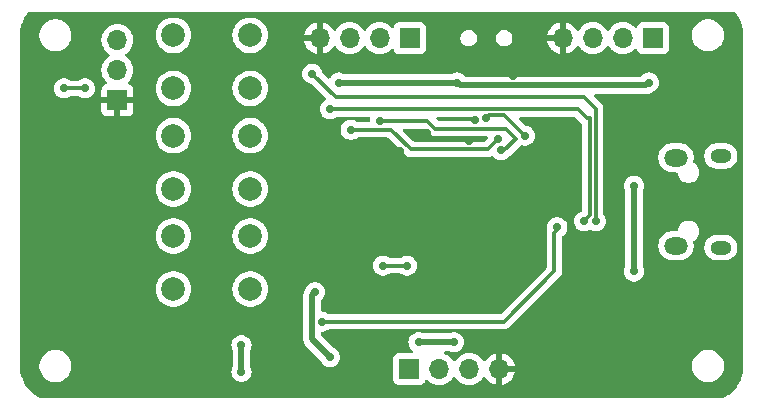
<source format=gbr>
%TF.GenerationSoftware,KiCad,Pcbnew,8.0.2-8.0.2-0~ubuntu22.04.1*%
%TF.CreationDate,2024-05-17T11:44:14+02:00*%
%TF.ProjectId,qclock,71636c6f-636b-42e6-9b69-6361645f7063,rev?*%
%TF.SameCoordinates,Original*%
%TF.FileFunction,Copper,L2,Bot*%
%TF.FilePolarity,Positive*%
%FSLAX46Y46*%
G04 Gerber Fmt 4.6, Leading zero omitted, Abs format (unit mm)*
G04 Created by KiCad (PCBNEW 8.0.2-8.0.2-0~ubuntu22.04.1) date 2024-05-17 11:44:14*
%MOMM*%
%LPD*%
G01*
G04 APERTURE LIST*
%TA.AperFunction,ComponentPad*%
%ADD10O,1.800000X1.150000*%
%TD*%
%TA.AperFunction,ComponentPad*%
%ADD11O,2.000000X1.450000*%
%TD*%
%TA.AperFunction,ComponentPad*%
%ADD12R,1.700000X1.700000*%
%TD*%
%TA.AperFunction,ComponentPad*%
%ADD13O,1.700000X1.700000*%
%TD*%
%TA.AperFunction,ComponentPad*%
%ADD14C,2.000000*%
%TD*%
%TA.AperFunction,ViaPad*%
%ADD15C,0.700000*%
%TD*%
%TA.AperFunction,Conductor*%
%ADD16C,0.500000*%
%TD*%
%TA.AperFunction,Conductor*%
%ADD17C,0.300000*%
%TD*%
G04 APERTURE END LIST*
D10*
%TO.P,J3,6,Shield*%
%TO.N,unconnected-(J3-Shield-Pad6)_0*%
X171850000Y-89975000D03*
D11*
%TO.N,unconnected-(J3-Shield-Pad6)*%
X168050000Y-89825000D03*
%TO.N,unconnected-(J3-Shield-Pad6)_2*%
X168050000Y-82375000D03*
D10*
%TO.N,unconnected-(J3-Shield-Pad6)_1*%
X171850000Y-82225000D03*
%TD*%
D12*
%TO.P,UART,1,Pin_1*%
%TO.N,+3V3*%
X145500000Y-72250000D03*
D13*
%TO.P,UART,2,Pin_2*%
%TO.N,/UART_TX*%
X142960000Y-72250000D03*
%TO.P,UART,3,Pin_3*%
%TO.N,/UART_RX*%
X140420000Y-72250000D03*
%TO.P,UART,4,Pin_4*%
%TO.N,GND*%
X137880000Y-72250000D03*
%TD*%
D12*
%TO.P,LED,1,Pin_1*%
%TO.N,GND*%
X120750000Y-77500000D03*
D13*
%TO.P,LED,2,Pin_2*%
%TO.N,Net-(D2-DOUT)*%
X120750000Y-74960000D03*
%TO.P,LED,3,Pin_3*%
%TO.N,VBUS*%
X120750000Y-72420000D03*
%TD*%
D14*
%TO.P,Subminute,1,1*%
%TO.N,/BTN_SM*%
X125500000Y-72000000D03*
X132000000Y-72000000D03*
%TO.P,Subminute,2,2*%
%TO.N,+3V3*%
X125500000Y-76500000D03*
X132000000Y-76500000D03*
%TD*%
%TO.P,Hour,1,1*%
%TO.N,/BTN_H*%
X132000000Y-93500000D03*
X125500000Y-93500000D03*
%TO.P,Hour,2,2*%
%TO.N,+3V3*%
X132000000Y-89000000D03*
X125500000Y-89000000D03*
%TD*%
%TO.P,Minute,1,1*%
%TO.N,/BTN_M*%
X125500000Y-80500000D03*
X132000000Y-80500000D03*
%TO.P,Minute,2,2*%
%TO.N,+3V3*%
X125500000Y-85000000D03*
X132000000Y-85000000D03*
%TD*%
D12*
%TO.P,I2C,1,Pin_1*%
%TO.N,+3V3*%
X145460000Y-100250000D03*
D13*
%TO.P,I2C,2,Pin_2*%
%TO.N,/I2C2_SCL*%
X148000000Y-100250000D03*
%TO.P,I2C,3,Pin_3*%
%TO.N,/I2C2_SDA*%
X150540000Y-100250000D03*
%TO.P,I2C,4,Pin_4*%
%TO.N,GND*%
X153080000Y-100250000D03*
%TD*%
D12*
%TO.P,SWD,1,Pin_1*%
%TO.N,+3V3*%
X166080000Y-72250000D03*
D13*
%TO.P,SWD,2,Pin_2*%
%TO.N,/SWDIO*%
X163540000Y-72250000D03*
%TO.P,SWD,3,Pin_3*%
%TO.N,/SWCLK*%
X161000000Y-72250000D03*
%TO.P,SWD,4,Pin_4*%
%TO.N,GND*%
X158460000Y-72250000D03*
%TD*%
D15*
%TO.N,/LED*%
X145250000Y-91500000D03*
X143250000Y-91500000D03*
%TO.N,GND*%
X134750000Y-82250000D03*
X149750000Y-84750000D03*
X149000000Y-88250000D03*
X143500000Y-95000000D03*
X142750000Y-94750000D03*
%TO.N,+3V3*%
X149250000Y-98000000D03*
X146250000Y-98000000D03*
X164500000Y-92000000D03*
%TO.N,/UART_TX*%
X143000000Y-79250000D03*
%TO.N,/UART_RX*%
X140500000Y-80000000D03*
%TO.N,+3V3*%
X164500000Y-84750000D03*
%TO.N,/UART_RX*%
X153000000Y-80750000D03*
%TO.N,/BOOT0*%
X152000000Y-79000000D03*
%TO.N,/UART_TX*%
X153250000Y-81750000D03*
%TO.N,GND*%
X134750000Y-75700000D03*
X143770000Y-88230000D03*
X143750000Y-89250000D03*
X141000000Y-90250000D03*
X136500000Y-85000000D03*
X144250000Y-84250000D03*
X144714644Y-81785356D03*
X147000000Y-80250000D03*
X150500000Y-80950000D03*
X151000000Y-79200000D03*
%TO.N,+3V3*%
X165750000Y-76000000D03*
X149500000Y-76000000D03*
%TO.N,GND*%
X154214644Y-75450000D03*
X157000000Y-74750000D03*
%TO.N,/BOOT0*%
X155250000Y-80500000D03*
%TO.N,GND*%
X158980000Y-85480000D03*
%TO.N,/BTN_H*%
X158000000Y-88250000D03*
%TO.N,/BTN_M*%
X160250000Y-87750000D03*
%TO.N,/BTN_SM*%
X161250000Y-87750000D03*
%TO.N,GND*%
X166050000Y-84800000D03*
X167650000Y-94350000D03*
X159000000Y-91000000D03*
X152500000Y-94250000D03*
X158990000Y-96760000D03*
X156800000Y-98800000D03*
X155500000Y-100250000D03*
X134250000Y-91750000D03*
%TO.N,+3V3*%
X137500000Y-93750000D03*
%TO.N,/BTN_H*%
X138050000Y-96250000D03*
%TO.N,+3V3*%
X138750000Y-99250000D03*
%TO.N,VBUS*%
X131250000Y-100500000D03*
X131250000Y-98250000D03*
%TO.N,GND*%
X120285355Y-93464645D03*
X114250000Y-96500000D03*
X113750000Y-86500000D03*
X120350000Y-83650000D03*
%TO.N,Net-(D2-DOUT)*%
X116250000Y-76500000D03*
X118000000Y-76500000D03*
%TO.N,GND*%
X123250000Y-77500000D03*
%TO.N,/BTN_M*%
X138750000Y-78250000D03*
%TO.N,+3V3*%
X139500000Y-76000000D03*
%TO.N,GND*%
X138250000Y-74500000D03*
%TO.N,/BTN_SM*%
X137250000Y-75250000D03*
%TD*%
D16*
%TO.N,+3V3*%
X146250000Y-98000000D02*
X149250000Y-98000000D01*
X164500000Y-87750000D02*
X164500000Y-92000000D01*
D17*
%TO.N,/UART_RX*%
X153000000Y-80750000D02*
X152100000Y-81650000D01*
X152100000Y-81650000D02*
X145569239Y-81650000D01*
%TO.N,/UART_TX*%
X153500000Y-81750000D02*
X154500000Y-80750000D01*
X153250000Y-81750000D02*
X153500000Y-81750000D01*
X154500000Y-80750000D02*
X153650000Y-79900000D01*
X153650000Y-79900000D02*
X147650000Y-79900000D01*
%TO.N,/UART_RX*%
X145569239Y-81650000D02*
X143919239Y-80000000D01*
X143919239Y-80000000D02*
X140500000Y-80000000D01*
%TO.N,/BOOT0*%
X153500000Y-78750000D02*
X155250000Y-80500000D01*
X152250000Y-78750000D02*
X153500000Y-78750000D01*
X152000000Y-79000000D02*
X152250000Y-78750000D01*
%TO.N,/UART_TX*%
X147650000Y-79900000D02*
X147000000Y-79250000D01*
X147000000Y-79250000D02*
X143000000Y-79250000D01*
D16*
%TO.N,VBUS*%
X131250000Y-98250000D02*
X131250000Y-100500000D01*
%TO.N,+3V3*%
X137250000Y-97750000D02*
X138750000Y-99250000D01*
X137250000Y-94000000D02*
X137250000Y-97750000D01*
X137500000Y-93750000D02*
X137250000Y-94000000D01*
X149500000Y-76000000D02*
X149750000Y-76250000D01*
X139500000Y-76000000D02*
X149500000Y-76000000D01*
X164500000Y-84750000D02*
X164500000Y-87750000D01*
X149750000Y-76250000D02*
X165500000Y-76250000D01*
X165500000Y-76250000D02*
X165750000Y-76000000D01*
D17*
%TO.N,Net-(D2-DOUT)*%
X118000000Y-76500000D02*
X116250000Y-76500000D01*
%TO.N,/BTN_H*%
X158000000Y-88500000D02*
X157750000Y-88750000D01*
X157750000Y-88750000D02*
X157750000Y-92000000D01*
X158000000Y-88250000D02*
X158000000Y-88500000D01*
X153500000Y-96250000D02*
X138000000Y-96250000D01*
X157750000Y-92000000D02*
X153500000Y-96250000D01*
%TO.N,/BTN_M*%
X160750000Y-87250000D02*
X160250000Y-87750000D01*
X138750000Y-78250000D02*
X159750000Y-78250000D01*
X160750000Y-79000000D02*
X160750000Y-87250000D01*
X159750000Y-78250000D02*
X160500000Y-79000000D01*
X160500000Y-79000000D02*
X160750000Y-79000000D01*
%TO.N,/BTN_SM*%
X160250000Y-77250000D02*
X139250000Y-77250000D01*
X139250000Y-77250000D02*
X137250000Y-75250000D01*
X161250000Y-87750000D02*
X161250000Y-78250000D01*
X161250000Y-78250000D02*
X160250000Y-77250000D01*
%TO.N,/LED*%
X145250000Y-91500000D02*
X143250000Y-91500000D01*
%TD*%
%TA.AperFunction,Conductor*%
%TO.N,GND*%
G36*
X146746231Y-79920185D02*
G01*
X146766873Y-79936819D01*
X147235325Y-80405272D01*
X147235326Y-80405273D01*
X147235329Y-80405275D01*
X147235331Y-80405277D01*
X147341873Y-80476465D01*
X147460256Y-80525501D01*
X147460260Y-80525501D01*
X147460261Y-80525502D01*
X147585928Y-80550500D01*
X147585931Y-80550500D01*
X151980192Y-80550500D01*
X152047231Y-80570185D01*
X152092986Y-80622989D01*
X152102930Y-80692147D01*
X152073905Y-80755703D01*
X152067873Y-80762181D01*
X151866873Y-80963181D01*
X151805550Y-80996666D01*
X151779192Y-80999500D01*
X145890047Y-80999500D01*
X145823008Y-80979815D01*
X145802366Y-80963181D01*
X144951366Y-80112181D01*
X144917881Y-80050858D01*
X144922865Y-79981166D01*
X144964737Y-79925233D01*
X145030201Y-79900816D01*
X145039047Y-79900500D01*
X146679192Y-79900500D01*
X146746231Y-79920185D01*
G37*
%TD.AperFunction*%
%TA.AperFunction,Conductor*%
G36*
X151089746Y-78920185D02*
G01*
X151135501Y-78972989D01*
X151146027Y-79011536D01*
X151156643Y-79112540D01*
X151144075Y-79181268D01*
X151096343Y-79232292D01*
X151033323Y-79249500D01*
X147970808Y-79249500D01*
X147903769Y-79229815D01*
X147883127Y-79213181D01*
X147782127Y-79112181D01*
X147748642Y-79050858D01*
X147753626Y-78981166D01*
X147795498Y-78925233D01*
X147860962Y-78900816D01*
X147869808Y-78900500D01*
X151022707Y-78900500D01*
X151089746Y-78920185D01*
G37*
%TD.AperFunction*%
%TA.AperFunction,Conductor*%
G36*
X172996503Y-70019685D02*
G01*
X173026411Y-70046687D01*
X173194267Y-70257172D01*
X173202314Y-70268513D01*
X173374034Y-70541804D01*
X173380760Y-70553974D01*
X173520798Y-70844766D01*
X173526120Y-70857613D01*
X173632724Y-71162270D01*
X173636573Y-71175633D01*
X173708393Y-71490299D01*
X173710722Y-71504007D01*
X173746957Y-71825597D01*
X173747725Y-71837743D01*
X173749988Y-71999144D01*
X173750000Y-72000882D01*
X173750000Y-99999117D01*
X173749988Y-100000855D01*
X173747725Y-100162256D01*
X173746957Y-100174402D01*
X173710722Y-100495992D01*
X173708393Y-100509700D01*
X173636573Y-100824366D01*
X173632724Y-100837729D01*
X173526120Y-101142386D01*
X173520798Y-101155233D01*
X173380760Y-101446025D01*
X173374034Y-101458195D01*
X173202314Y-101731486D01*
X173194267Y-101742827D01*
X172993028Y-101995173D01*
X172983762Y-102005541D01*
X172755541Y-102233762D01*
X172745173Y-102243028D01*
X172492827Y-102444267D01*
X172481486Y-102452314D01*
X172208195Y-102624034D01*
X172196025Y-102630760D01*
X171973922Y-102737720D01*
X171920120Y-102750000D01*
X114329880Y-102750000D01*
X114276078Y-102737720D01*
X114053974Y-102630760D01*
X114041804Y-102624034D01*
X113768513Y-102452314D01*
X113757172Y-102444267D01*
X113504826Y-102243028D01*
X113494458Y-102233762D01*
X113266237Y-102005541D01*
X113256971Y-101995173D01*
X113055732Y-101742827D01*
X113047685Y-101731486D01*
X112965380Y-101600499D01*
X112875964Y-101458193D01*
X112869239Y-101446025D01*
X112819301Y-101342328D01*
X112729199Y-101155228D01*
X112723879Y-101142386D01*
X112716536Y-101121402D01*
X112617273Y-100837725D01*
X112613426Y-100824366D01*
X112541606Y-100509700D01*
X112539277Y-100495992D01*
X112537312Y-100478553D01*
X112503041Y-100174390D01*
X112502274Y-100162269D01*
X112500012Y-100000855D01*
X112500000Y-99999117D01*
X112500000Y-99893713D01*
X114149500Y-99893713D01*
X114149500Y-100106287D01*
X114182754Y-100316243D01*
X114245612Y-100509700D01*
X114248444Y-100518414D01*
X114344951Y-100707820D01*
X114469890Y-100879786D01*
X114620213Y-101030109D01*
X114792179Y-101155048D01*
X114792181Y-101155049D01*
X114792184Y-101155051D01*
X114981588Y-101251557D01*
X115183757Y-101317246D01*
X115393713Y-101350500D01*
X115393714Y-101350500D01*
X115606286Y-101350500D01*
X115606287Y-101350500D01*
X115816243Y-101317246D01*
X116018412Y-101251557D01*
X116207816Y-101155051D01*
X116254132Y-101121401D01*
X116379786Y-101030109D01*
X116379788Y-101030106D01*
X116379792Y-101030104D01*
X116530104Y-100879792D01*
X116530106Y-100879788D01*
X116530109Y-100879786D01*
X116644723Y-100722032D01*
X116655051Y-100707816D01*
X116751557Y-100518412D01*
X116817246Y-100316243D01*
X116850500Y-100106287D01*
X116850500Y-99893713D01*
X116817246Y-99683757D01*
X116751557Y-99481588D01*
X116655051Y-99292184D01*
X116655049Y-99292181D01*
X116655048Y-99292179D01*
X116530109Y-99120213D01*
X116379786Y-98969890D01*
X116207820Y-98844951D01*
X116018414Y-98748444D01*
X116018413Y-98748443D01*
X116018412Y-98748443D01*
X115816243Y-98682754D01*
X115816241Y-98682753D01*
X115816240Y-98682753D01*
X115616357Y-98651095D01*
X115606287Y-98649500D01*
X115393713Y-98649500D01*
X115383643Y-98651095D01*
X115183760Y-98682753D01*
X114981585Y-98748444D01*
X114792179Y-98844951D01*
X114620213Y-98969890D01*
X114469890Y-99120213D01*
X114344951Y-99292179D01*
X114248444Y-99481585D01*
X114182753Y-99683760D01*
X114172262Y-99750000D01*
X114149500Y-99893713D01*
X112500000Y-99893713D01*
X112500000Y-98250000D01*
X130394815Y-98250000D01*
X130413503Y-98427805D01*
X130413504Y-98427807D01*
X130468747Y-98597829D01*
X130468748Y-98597830D01*
X130468750Y-98597835D01*
X130482887Y-98622322D01*
X130499500Y-98684320D01*
X130499500Y-100065678D01*
X130482887Y-100127678D01*
X130468750Y-100152163D01*
X130413504Y-100322192D01*
X130413503Y-100322194D01*
X130394815Y-100500000D01*
X130413503Y-100677805D01*
X130413504Y-100677807D01*
X130468747Y-100847829D01*
X130468750Y-100847835D01*
X130558141Y-101002665D01*
X130582852Y-101030109D01*
X130677764Y-101135521D01*
X130677767Y-101135523D01*
X130677770Y-101135526D01*
X130822407Y-101240612D01*
X130985733Y-101313329D01*
X131160609Y-101350500D01*
X131160610Y-101350500D01*
X131339389Y-101350500D01*
X131339391Y-101350500D01*
X131514267Y-101313329D01*
X131677593Y-101240612D01*
X131822230Y-101135526D01*
X131834948Y-101121402D01*
X131848148Y-101106741D01*
X131941859Y-101002665D01*
X132031250Y-100847835D01*
X132086497Y-100677803D01*
X132105185Y-100500000D01*
X132086497Y-100322197D01*
X132031250Y-100152165D01*
X132017113Y-100127678D01*
X132000500Y-100065678D01*
X132000500Y-98684320D01*
X132017112Y-98622322D01*
X132031250Y-98597835D01*
X132086497Y-98427803D01*
X132105185Y-98250000D01*
X132086497Y-98072197D01*
X132031250Y-97902165D01*
X131986075Y-97823920D01*
X136499499Y-97823920D01*
X136528340Y-97968907D01*
X136528343Y-97968917D01*
X136584914Y-98105492D01*
X136617812Y-98154727D01*
X136617813Y-98154730D01*
X136667046Y-98228414D01*
X136667052Y-98228421D01*
X137915105Y-99476473D01*
X137945355Y-99525835D01*
X137968748Y-99597831D01*
X137968750Y-99597835D01*
X138058141Y-99752665D01*
X138080923Y-99777967D01*
X138177764Y-99885521D01*
X138177767Y-99885523D01*
X138177770Y-99885526D01*
X138322407Y-99990612D01*
X138485733Y-100063329D01*
X138660609Y-100100500D01*
X138660610Y-100100500D01*
X138839389Y-100100500D01*
X138839391Y-100100500D01*
X139014267Y-100063329D01*
X139177593Y-99990612D01*
X139322230Y-99885526D01*
X139441859Y-99752665D01*
X139531250Y-99597835D01*
X139586497Y-99427803D01*
X139594450Y-99352135D01*
X144109500Y-99352135D01*
X144109500Y-101147870D01*
X144109501Y-101147876D01*
X144115908Y-101207483D01*
X144166202Y-101342328D01*
X144166206Y-101342335D01*
X144252452Y-101457544D01*
X144252455Y-101457547D01*
X144367664Y-101543793D01*
X144367671Y-101543797D01*
X144502517Y-101594091D01*
X144502516Y-101594091D01*
X144509444Y-101594835D01*
X144562127Y-101600500D01*
X146357872Y-101600499D01*
X146417483Y-101594091D01*
X146552331Y-101543796D01*
X146667546Y-101457546D01*
X146753796Y-101342331D01*
X146802810Y-101210916D01*
X146844681Y-101154984D01*
X146910145Y-101130566D01*
X146978418Y-101145417D01*
X147006673Y-101166569D01*
X147128599Y-101288495D01*
X147217151Y-101350500D01*
X147322165Y-101424032D01*
X147322167Y-101424033D01*
X147322170Y-101424035D01*
X147536337Y-101523903D01*
X147764592Y-101585063D01*
X147941034Y-101600500D01*
X147999999Y-101605659D01*
X148000000Y-101605659D01*
X148000001Y-101605659D01*
X148058966Y-101600500D01*
X148235408Y-101585063D01*
X148463663Y-101523903D01*
X148677830Y-101424035D01*
X148871401Y-101288495D01*
X149038495Y-101121401D01*
X149168425Y-100935842D01*
X149223002Y-100892217D01*
X149292500Y-100885023D01*
X149354855Y-100916546D01*
X149371575Y-100935842D01*
X149501281Y-101121082D01*
X149501505Y-101121401D01*
X149668599Y-101288495D01*
X149757151Y-101350500D01*
X149862165Y-101424032D01*
X149862167Y-101424033D01*
X149862170Y-101424035D01*
X150076337Y-101523903D01*
X150304592Y-101585063D01*
X150481034Y-101600500D01*
X150539999Y-101605659D01*
X150540000Y-101605659D01*
X150540001Y-101605659D01*
X150598966Y-101600500D01*
X150775408Y-101585063D01*
X151003663Y-101523903D01*
X151217830Y-101424035D01*
X151411401Y-101288495D01*
X151578495Y-101121401D01*
X151708730Y-100935405D01*
X151763307Y-100891781D01*
X151832805Y-100884587D01*
X151895160Y-100916110D01*
X151911879Y-100935405D01*
X152041890Y-101121078D01*
X152208917Y-101288105D01*
X152402421Y-101423600D01*
X152616507Y-101523429D01*
X152616516Y-101523433D01*
X152830000Y-101580634D01*
X152830000Y-100683012D01*
X152887007Y-100715925D01*
X153014174Y-100750000D01*
X153145826Y-100750000D01*
X153272993Y-100715925D01*
X153330000Y-100683012D01*
X153330000Y-101580633D01*
X153543483Y-101523433D01*
X153543492Y-101523429D01*
X153757578Y-101423600D01*
X153951082Y-101288105D01*
X154118105Y-101121082D01*
X154253600Y-100927578D01*
X154353429Y-100713492D01*
X154353432Y-100713486D01*
X154410636Y-100500000D01*
X153513012Y-100500000D01*
X153545925Y-100442993D01*
X153580000Y-100315826D01*
X153580000Y-100184174D01*
X153545925Y-100057007D01*
X153513012Y-100000000D01*
X154410636Y-100000000D01*
X154410635Y-99999999D01*
X154382156Y-99893713D01*
X169399500Y-99893713D01*
X169399500Y-100106287D01*
X169432754Y-100316243D01*
X169495612Y-100509700D01*
X169498444Y-100518414D01*
X169594951Y-100707820D01*
X169719890Y-100879786D01*
X169870213Y-101030109D01*
X170042179Y-101155048D01*
X170042181Y-101155049D01*
X170042184Y-101155051D01*
X170231588Y-101251557D01*
X170433757Y-101317246D01*
X170643713Y-101350500D01*
X170643714Y-101350500D01*
X170856286Y-101350500D01*
X170856287Y-101350500D01*
X171066243Y-101317246D01*
X171268412Y-101251557D01*
X171457816Y-101155051D01*
X171504132Y-101121401D01*
X171629786Y-101030109D01*
X171629788Y-101030106D01*
X171629792Y-101030104D01*
X171780104Y-100879792D01*
X171780106Y-100879788D01*
X171780109Y-100879786D01*
X171894723Y-100722032D01*
X171905051Y-100707816D01*
X172001557Y-100518412D01*
X172067246Y-100316243D01*
X172100500Y-100106287D01*
X172100500Y-99893713D01*
X172067246Y-99683757D01*
X172001557Y-99481588D01*
X171905051Y-99292184D01*
X171905049Y-99292181D01*
X171905048Y-99292179D01*
X171780109Y-99120213D01*
X171629786Y-98969890D01*
X171457820Y-98844951D01*
X171268414Y-98748444D01*
X171268413Y-98748443D01*
X171268412Y-98748443D01*
X171066243Y-98682754D01*
X171066241Y-98682753D01*
X171066240Y-98682753D01*
X170866357Y-98651095D01*
X170856287Y-98649500D01*
X170643713Y-98649500D01*
X170633643Y-98651095D01*
X170433760Y-98682753D01*
X170231585Y-98748444D01*
X170042179Y-98844951D01*
X169870213Y-98969890D01*
X169719890Y-99120213D01*
X169594951Y-99292179D01*
X169498444Y-99481585D01*
X169432753Y-99683760D01*
X169422262Y-99750000D01*
X169399500Y-99893713D01*
X154382156Y-99893713D01*
X154353432Y-99786513D01*
X154353429Y-99786507D01*
X154253600Y-99572422D01*
X154253599Y-99572420D01*
X154118113Y-99378926D01*
X154118108Y-99378920D01*
X153951082Y-99211894D01*
X153757578Y-99076399D01*
X153543492Y-98976570D01*
X153543486Y-98976567D01*
X153330000Y-98919364D01*
X153330000Y-99816988D01*
X153272993Y-99784075D01*
X153145826Y-99750000D01*
X153014174Y-99750000D01*
X152887007Y-99784075D01*
X152830000Y-99816988D01*
X152830000Y-98919364D01*
X152829999Y-98919364D01*
X152616513Y-98976567D01*
X152616507Y-98976570D01*
X152402422Y-99076399D01*
X152402420Y-99076400D01*
X152208926Y-99211886D01*
X152208920Y-99211891D01*
X152041891Y-99378920D01*
X152041890Y-99378922D01*
X151911880Y-99564595D01*
X151857303Y-99608219D01*
X151787804Y-99615412D01*
X151725450Y-99583890D01*
X151708730Y-99564594D01*
X151578494Y-99378597D01*
X151411402Y-99211506D01*
X151411395Y-99211501D01*
X151217834Y-99075967D01*
X151217830Y-99075965D01*
X151217828Y-99075964D01*
X151003663Y-98976097D01*
X151003659Y-98976096D01*
X151003655Y-98976094D01*
X150775413Y-98914938D01*
X150775403Y-98914936D01*
X150540001Y-98894341D01*
X150539999Y-98894341D01*
X150304596Y-98914936D01*
X150304586Y-98914938D01*
X150076344Y-98976094D01*
X150076335Y-98976098D01*
X149862171Y-99075964D01*
X149862169Y-99075965D01*
X149668597Y-99211505D01*
X149501505Y-99378597D01*
X149371575Y-99564158D01*
X149316998Y-99607783D01*
X149247500Y-99614977D01*
X149185145Y-99583454D01*
X149168425Y-99564158D01*
X149038494Y-99378597D01*
X148871402Y-99211506D01*
X148871395Y-99211501D01*
X148677834Y-99075967D01*
X148677830Y-99075965D01*
X148605968Y-99042455D01*
X148486790Y-98986881D01*
X148434352Y-98940710D01*
X148415200Y-98873516D01*
X148435416Y-98806635D01*
X148488581Y-98761300D01*
X148539196Y-98750500D01*
X148818259Y-98750500D01*
X148868693Y-98761219D01*
X148985733Y-98813329D01*
X149160609Y-98850500D01*
X149160610Y-98850500D01*
X149339389Y-98850500D01*
X149339391Y-98850500D01*
X149514267Y-98813329D01*
X149677593Y-98740612D01*
X149822230Y-98635526D01*
X149841186Y-98614474D01*
X149856172Y-98597830D01*
X149941859Y-98502665D01*
X150031250Y-98347835D01*
X150086497Y-98177803D01*
X150105185Y-98000000D01*
X150086497Y-97822197D01*
X150031250Y-97652165D01*
X149941859Y-97497335D01*
X149853768Y-97399500D01*
X149822235Y-97364478D01*
X149822232Y-97364476D01*
X149822231Y-97364475D01*
X149822230Y-97364474D01*
X149677593Y-97259388D01*
X149514267Y-97186671D01*
X149514265Y-97186670D01*
X149386594Y-97159533D01*
X149339391Y-97149500D01*
X149160609Y-97149500D01*
X149129954Y-97156015D01*
X148985733Y-97186670D01*
X148868694Y-97238780D01*
X148818259Y-97249500D01*
X146681741Y-97249500D01*
X146631306Y-97238780D01*
X146514267Y-97186671D01*
X146514265Y-97186670D01*
X146386594Y-97159533D01*
X146339391Y-97149500D01*
X146160609Y-97149500D01*
X146129954Y-97156015D01*
X145985733Y-97186670D01*
X145985728Y-97186672D01*
X145822408Y-97259387D01*
X145677768Y-97364475D01*
X145558140Y-97497336D01*
X145468750Y-97652164D01*
X145468747Y-97652170D01*
X145413504Y-97822192D01*
X145413503Y-97822194D01*
X145394815Y-98000000D01*
X145413503Y-98177805D01*
X145413504Y-98177807D01*
X145468747Y-98347829D01*
X145468750Y-98347835D01*
X145558141Y-98502665D01*
X145599812Y-98548946D01*
X145677764Y-98635521D01*
X145677767Y-98635523D01*
X145677770Y-98635526D01*
X145732352Y-98675183D01*
X145775017Y-98730512D01*
X145780996Y-98800126D01*
X145748390Y-98861921D01*
X145687551Y-98896278D01*
X145659466Y-98899500D01*
X144562129Y-98899500D01*
X144562123Y-98899501D01*
X144502516Y-98905908D01*
X144367671Y-98956202D01*
X144367664Y-98956206D01*
X144252455Y-99042452D01*
X144252452Y-99042455D01*
X144166206Y-99157664D01*
X144166202Y-99157671D01*
X144115908Y-99292517D01*
X144109501Y-99352116D01*
X144109500Y-99352135D01*
X139594450Y-99352135D01*
X139605185Y-99250000D01*
X139586497Y-99072197D01*
X139548809Y-98956206D01*
X139531252Y-98902170D01*
X139531249Y-98902164D01*
X139527851Y-98896278D01*
X139441859Y-98747335D01*
X139376892Y-98675182D01*
X139322235Y-98614478D01*
X139322232Y-98614476D01*
X139322231Y-98614475D01*
X139322230Y-98614474D01*
X139177593Y-98509388D01*
X139014267Y-98436671D01*
X139014265Y-98436670D01*
X139008330Y-98434028D01*
X139009106Y-98432284D01*
X138969175Y-98407808D01*
X138036819Y-97475451D01*
X138003334Y-97414128D01*
X138000500Y-97387770D01*
X138000500Y-97224500D01*
X138020185Y-97157461D01*
X138072989Y-97111706D01*
X138124500Y-97100500D01*
X138139389Y-97100500D01*
X138139391Y-97100500D01*
X138314267Y-97063329D01*
X138477593Y-96990612D01*
X138569025Y-96924182D01*
X138634831Y-96900702D01*
X138641911Y-96900500D01*
X153564071Y-96900500D01*
X153648615Y-96883682D01*
X153689744Y-96875501D01*
X153808127Y-96826465D01*
X153914669Y-96755277D01*
X158255277Y-92414669D01*
X158326466Y-92308126D01*
X158375501Y-92189743D01*
X158382051Y-92156818D01*
X158400500Y-92064069D01*
X158400500Y-89073476D01*
X158420185Y-89006437D01*
X158451615Y-88973158D01*
X158572230Y-88885526D01*
X158691859Y-88752665D01*
X158781250Y-88597835D01*
X158836497Y-88427803D01*
X158855185Y-88250000D01*
X158836497Y-88072197D01*
X158789581Y-87927805D01*
X158781252Y-87902170D01*
X158781249Y-87902164D01*
X158691859Y-87747335D01*
X158645003Y-87695296D01*
X158572235Y-87614478D01*
X158572232Y-87614476D01*
X158572231Y-87614475D01*
X158572230Y-87614474D01*
X158427593Y-87509388D01*
X158264267Y-87436671D01*
X158264265Y-87436670D01*
X158101952Y-87402170D01*
X158089391Y-87399500D01*
X157910609Y-87399500D01*
X157898048Y-87402170D01*
X157735733Y-87436670D01*
X157735728Y-87436672D01*
X157572408Y-87509387D01*
X157427768Y-87614475D01*
X157308140Y-87747336D01*
X157218750Y-87902164D01*
X157218747Y-87902170D01*
X157163504Y-88072192D01*
X157163503Y-88072194D01*
X157144815Y-88250000D01*
X157163420Y-88427024D01*
X157154661Y-88487435D01*
X157124499Y-88560255D01*
X157124497Y-88560262D01*
X157099500Y-88685928D01*
X157099500Y-91679192D01*
X157079815Y-91746231D01*
X157063181Y-91766873D01*
X153266873Y-95563181D01*
X153205550Y-95596666D01*
X153179192Y-95599500D01*
X138641911Y-95599500D01*
X138574872Y-95579815D01*
X138569025Y-95575818D01*
X138477594Y-95509389D01*
X138477593Y-95509388D01*
X138314267Y-95436671D01*
X138314265Y-95436670D01*
X138186594Y-95409533D01*
X138139391Y-95399500D01*
X138139390Y-95399500D01*
X138124500Y-95399500D01*
X138057461Y-95379815D01*
X138011706Y-95327011D01*
X138000500Y-95275500D01*
X138000500Y-94500821D01*
X138020185Y-94433782D01*
X138051613Y-94400504D01*
X138072230Y-94385526D01*
X138191859Y-94252665D01*
X138281250Y-94097835D01*
X138336497Y-93927803D01*
X138355185Y-93750000D01*
X138336497Y-93572197D01*
X138281250Y-93402165D01*
X138191859Y-93247335D01*
X138145003Y-93195296D01*
X138072235Y-93114478D01*
X138072232Y-93114476D01*
X138072231Y-93114475D01*
X138072230Y-93114474D01*
X137927593Y-93009388D01*
X137764267Y-92936671D01*
X137764265Y-92936670D01*
X137636594Y-92909533D01*
X137589391Y-92899500D01*
X137410609Y-92899500D01*
X137379954Y-92906015D01*
X137235733Y-92936670D01*
X137235728Y-92936672D01*
X137072408Y-93009387D01*
X136927768Y-93114475D01*
X136808140Y-93247336D01*
X136718750Y-93402164D01*
X136718748Y-93402168D01*
X136695356Y-93474162D01*
X136669767Y-93515927D01*
X136670916Y-93516870D01*
X136667050Y-93521580D01*
X136635014Y-93569527D01*
X136619209Y-93593182D01*
X136602062Y-93618843D01*
X136584916Y-93644504D01*
X136584912Y-93644511D01*
X136528343Y-93781082D01*
X136528340Y-93781092D01*
X136499500Y-93926079D01*
X136499500Y-93926082D01*
X136499500Y-97823918D01*
X136499500Y-97823920D01*
X136499499Y-97823920D01*
X131986075Y-97823920D01*
X131941859Y-97747335D01*
X131856172Y-97652170D01*
X131822235Y-97614478D01*
X131822232Y-97614476D01*
X131822231Y-97614475D01*
X131822230Y-97614474D01*
X131677593Y-97509388D01*
X131514267Y-97436671D01*
X131514265Y-97436670D01*
X131386594Y-97409533D01*
X131339391Y-97399500D01*
X131160609Y-97399500D01*
X131129954Y-97406015D01*
X130985733Y-97436670D01*
X130985728Y-97436672D01*
X130822408Y-97509387D01*
X130677768Y-97614475D01*
X130558140Y-97747336D01*
X130468750Y-97902164D01*
X130468747Y-97902170D01*
X130413504Y-98072192D01*
X130413503Y-98072194D01*
X130394815Y-98250000D01*
X112500000Y-98250000D01*
X112500000Y-93499994D01*
X123994357Y-93499994D01*
X123994357Y-93500005D01*
X124014890Y-93747812D01*
X124014892Y-93747824D01*
X124075936Y-93988881D01*
X124175826Y-94216606D01*
X124311833Y-94424782D01*
X124311836Y-94424785D01*
X124480256Y-94607738D01*
X124676491Y-94760474D01*
X124895190Y-94878828D01*
X125130386Y-94959571D01*
X125375665Y-95000500D01*
X125624335Y-95000500D01*
X125869614Y-94959571D01*
X126104810Y-94878828D01*
X126323509Y-94760474D01*
X126519744Y-94607738D01*
X126688164Y-94424785D01*
X126824173Y-94216607D01*
X126924063Y-93988881D01*
X126985108Y-93747821D01*
X126985109Y-93747812D01*
X127005643Y-93500005D01*
X127005643Y-93499994D01*
X130494357Y-93499994D01*
X130494357Y-93500005D01*
X130514890Y-93747812D01*
X130514892Y-93747824D01*
X130575936Y-93988881D01*
X130675826Y-94216606D01*
X130811833Y-94424782D01*
X130811836Y-94424785D01*
X130980256Y-94607738D01*
X131176491Y-94760474D01*
X131395190Y-94878828D01*
X131630386Y-94959571D01*
X131875665Y-95000500D01*
X132124335Y-95000500D01*
X132369614Y-94959571D01*
X132604810Y-94878828D01*
X132823509Y-94760474D01*
X133019744Y-94607738D01*
X133188164Y-94424785D01*
X133324173Y-94216607D01*
X133424063Y-93988881D01*
X133485108Y-93747821D01*
X133485109Y-93747812D01*
X133505643Y-93500005D01*
X133505643Y-93499994D01*
X133485109Y-93252187D01*
X133485107Y-93252175D01*
X133424063Y-93011118D01*
X133324173Y-92783393D01*
X133188166Y-92575217D01*
X133121375Y-92502663D01*
X133019744Y-92392262D01*
X132823509Y-92239526D01*
X132823507Y-92239525D01*
X132823506Y-92239524D01*
X132604811Y-92121172D01*
X132604802Y-92121169D01*
X132369616Y-92040429D01*
X132124335Y-91999500D01*
X131875665Y-91999500D01*
X131630383Y-92040429D01*
X131395197Y-92121169D01*
X131395188Y-92121172D01*
X131176493Y-92239524D01*
X130980257Y-92392261D01*
X130811833Y-92575217D01*
X130675826Y-92783393D01*
X130575936Y-93011118D01*
X130514892Y-93252175D01*
X130514890Y-93252187D01*
X130494357Y-93499994D01*
X127005643Y-93499994D01*
X126985109Y-93252187D01*
X126985107Y-93252175D01*
X126924063Y-93011118D01*
X126824173Y-92783393D01*
X126688166Y-92575217D01*
X126621375Y-92502663D01*
X126519744Y-92392262D01*
X126323509Y-92239526D01*
X126323507Y-92239525D01*
X126323506Y-92239524D01*
X126104811Y-92121172D01*
X126104802Y-92121169D01*
X125869616Y-92040429D01*
X125624335Y-91999500D01*
X125375665Y-91999500D01*
X125130383Y-92040429D01*
X124895197Y-92121169D01*
X124895188Y-92121172D01*
X124676493Y-92239524D01*
X124480257Y-92392261D01*
X124311833Y-92575217D01*
X124175826Y-92783393D01*
X124075936Y-93011118D01*
X124014892Y-93252175D01*
X124014890Y-93252187D01*
X123994357Y-93499994D01*
X112500000Y-93499994D01*
X112500000Y-91500000D01*
X142394815Y-91500000D01*
X142413503Y-91677805D01*
X142413504Y-91677807D01*
X142468747Y-91847829D01*
X142468750Y-91847835D01*
X142558141Y-92002665D01*
X142592144Y-92040429D01*
X142677764Y-92135521D01*
X142677767Y-92135523D01*
X142677770Y-92135526D01*
X142822407Y-92240612D01*
X142985733Y-92313329D01*
X143160609Y-92350500D01*
X143160610Y-92350500D01*
X143339389Y-92350500D01*
X143339391Y-92350500D01*
X143514267Y-92313329D01*
X143677593Y-92240612D01*
X143769025Y-92174182D01*
X143834831Y-92150702D01*
X143841911Y-92150500D01*
X144658089Y-92150500D01*
X144725128Y-92170185D01*
X144730976Y-92174182D01*
X144822407Y-92240612D01*
X144985733Y-92313329D01*
X145160609Y-92350500D01*
X145160610Y-92350500D01*
X145339389Y-92350500D01*
X145339391Y-92350500D01*
X145514267Y-92313329D01*
X145677593Y-92240612D01*
X145822230Y-92135526D01*
X145835155Y-92121172D01*
X145848148Y-92106741D01*
X145941859Y-92002665D01*
X146031250Y-91847835D01*
X146086497Y-91677803D01*
X146105185Y-91500000D01*
X146086497Y-91322197D01*
X146031250Y-91152165D01*
X145941859Y-90997335D01*
X145895003Y-90945296D01*
X145822235Y-90864478D01*
X145822232Y-90864476D01*
X145822231Y-90864475D01*
X145822230Y-90864474D01*
X145677593Y-90759388D01*
X145514267Y-90686671D01*
X145514265Y-90686670D01*
X145386594Y-90659533D01*
X145339391Y-90649500D01*
X145160609Y-90649500D01*
X145129954Y-90656015D01*
X144985733Y-90686670D01*
X144985728Y-90686672D01*
X144822408Y-90759388D01*
X144822403Y-90759390D01*
X144730974Y-90825818D01*
X144665168Y-90849298D01*
X144658089Y-90849500D01*
X143841911Y-90849500D01*
X143774872Y-90829815D01*
X143769025Y-90825818D01*
X143727084Y-90795346D01*
X143677593Y-90759388D01*
X143514267Y-90686671D01*
X143514265Y-90686670D01*
X143386594Y-90659533D01*
X143339391Y-90649500D01*
X143160609Y-90649500D01*
X143129954Y-90656015D01*
X142985733Y-90686670D01*
X142985728Y-90686672D01*
X142822408Y-90759387D01*
X142677768Y-90864475D01*
X142558140Y-90997336D01*
X142468750Y-91152164D01*
X142468747Y-91152170D01*
X142413504Y-91322192D01*
X142413503Y-91322194D01*
X142394815Y-91500000D01*
X112500000Y-91500000D01*
X112500000Y-88999994D01*
X123994357Y-88999994D01*
X123994357Y-89000005D01*
X124014890Y-89247812D01*
X124014892Y-89247824D01*
X124075936Y-89488881D01*
X124175826Y-89716606D01*
X124311833Y-89924782D01*
X124311836Y-89924785D01*
X124480256Y-90107738D01*
X124676491Y-90260474D01*
X124895190Y-90378828D01*
X125130386Y-90459571D01*
X125375665Y-90500500D01*
X125624335Y-90500500D01*
X125869614Y-90459571D01*
X126104810Y-90378828D01*
X126323509Y-90260474D01*
X126519744Y-90107738D01*
X126688164Y-89924785D01*
X126824173Y-89716607D01*
X126924063Y-89488881D01*
X126985108Y-89247821D01*
X126985109Y-89247812D01*
X127005643Y-89000005D01*
X127005643Y-88999994D01*
X130494357Y-88999994D01*
X130494357Y-89000005D01*
X130514890Y-89247812D01*
X130514892Y-89247824D01*
X130575936Y-89488881D01*
X130675826Y-89716606D01*
X130811833Y-89924782D01*
X130811836Y-89924785D01*
X130980256Y-90107738D01*
X131176491Y-90260474D01*
X131395190Y-90378828D01*
X131630386Y-90459571D01*
X131875665Y-90500500D01*
X132124335Y-90500500D01*
X132369614Y-90459571D01*
X132604810Y-90378828D01*
X132823509Y-90260474D01*
X133019744Y-90107738D01*
X133188164Y-89924785D01*
X133324173Y-89716607D01*
X133424063Y-89488881D01*
X133485108Y-89247821D01*
X133485109Y-89247812D01*
X133505643Y-89000005D01*
X133505643Y-88999994D01*
X133485109Y-88752187D01*
X133485107Y-88752175D01*
X133424063Y-88511118D01*
X133324173Y-88283393D01*
X133188166Y-88075217D01*
X133052465Y-87927807D01*
X133019744Y-87892262D01*
X132823509Y-87739526D01*
X132823507Y-87739525D01*
X132823506Y-87739524D01*
X132604811Y-87621172D01*
X132604802Y-87621169D01*
X132369616Y-87540429D01*
X132124335Y-87499500D01*
X131875665Y-87499500D01*
X131630383Y-87540429D01*
X131395197Y-87621169D01*
X131395188Y-87621172D01*
X131176493Y-87739524D01*
X130980257Y-87892261D01*
X130811833Y-88075217D01*
X130675826Y-88283393D01*
X130575936Y-88511118D01*
X130514892Y-88752175D01*
X130514890Y-88752187D01*
X130494357Y-88999994D01*
X127005643Y-88999994D01*
X126985109Y-88752187D01*
X126985107Y-88752175D01*
X126924063Y-88511118D01*
X126824173Y-88283393D01*
X126688166Y-88075217D01*
X126552465Y-87927807D01*
X126519744Y-87892262D01*
X126323509Y-87739526D01*
X126323507Y-87739525D01*
X126323506Y-87739524D01*
X126104811Y-87621172D01*
X126104802Y-87621169D01*
X125869616Y-87540429D01*
X125624335Y-87499500D01*
X125375665Y-87499500D01*
X125130383Y-87540429D01*
X124895197Y-87621169D01*
X124895188Y-87621172D01*
X124676493Y-87739524D01*
X124480257Y-87892261D01*
X124311833Y-88075217D01*
X124175826Y-88283393D01*
X124075936Y-88511118D01*
X124014892Y-88752175D01*
X124014890Y-88752187D01*
X123994357Y-88999994D01*
X112500000Y-88999994D01*
X112500000Y-84999994D01*
X123994357Y-84999994D01*
X123994357Y-85000005D01*
X124014890Y-85247812D01*
X124014892Y-85247824D01*
X124075936Y-85488881D01*
X124175826Y-85716606D01*
X124311833Y-85924782D01*
X124311836Y-85924785D01*
X124480256Y-86107738D01*
X124676491Y-86260474D01*
X124895190Y-86378828D01*
X125130386Y-86459571D01*
X125375665Y-86500500D01*
X125624335Y-86500500D01*
X125869614Y-86459571D01*
X126104810Y-86378828D01*
X126323509Y-86260474D01*
X126519744Y-86107738D01*
X126688164Y-85924785D01*
X126824173Y-85716607D01*
X126924063Y-85488881D01*
X126985108Y-85247821D01*
X126993123Y-85151095D01*
X127005643Y-85000005D01*
X127005643Y-84999994D01*
X130494357Y-84999994D01*
X130494357Y-85000005D01*
X130514890Y-85247812D01*
X130514892Y-85247824D01*
X130575936Y-85488881D01*
X130675826Y-85716606D01*
X130811833Y-85924782D01*
X130811836Y-85924785D01*
X130980256Y-86107738D01*
X131176491Y-86260474D01*
X131395190Y-86378828D01*
X131630386Y-86459571D01*
X131875665Y-86500500D01*
X132124335Y-86500500D01*
X132369614Y-86459571D01*
X132604810Y-86378828D01*
X132823509Y-86260474D01*
X133019744Y-86107738D01*
X133188164Y-85924785D01*
X133324173Y-85716607D01*
X133424063Y-85488881D01*
X133485108Y-85247821D01*
X133493123Y-85151095D01*
X133505643Y-85000005D01*
X133505643Y-84999994D01*
X133485109Y-84752187D01*
X133485107Y-84752175D01*
X133424063Y-84511118D01*
X133324173Y-84283393D01*
X133188166Y-84075217D01*
X133089727Y-83968284D01*
X133019744Y-83892262D01*
X132823509Y-83739526D01*
X132823507Y-83739525D01*
X132823506Y-83739524D01*
X132604811Y-83621172D01*
X132604802Y-83621169D01*
X132369616Y-83540429D01*
X132124335Y-83499500D01*
X131875665Y-83499500D01*
X131630383Y-83540429D01*
X131395197Y-83621169D01*
X131395188Y-83621172D01*
X131176493Y-83739524D01*
X130980257Y-83892261D01*
X130811833Y-84075217D01*
X130675826Y-84283393D01*
X130575936Y-84511118D01*
X130514892Y-84752175D01*
X130514890Y-84752187D01*
X130494357Y-84999994D01*
X127005643Y-84999994D01*
X126985109Y-84752187D01*
X126985107Y-84752175D01*
X126924063Y-84511118D01*
X126824173Y-84283393D01*
X126688166Y-84075217D01*
X126589727Y-83968284D01*
X126519744Y-83892262D01*
X126323509Y-83739526D01*
X126323507Y-83739525D01*
X126323506Y-83739524D01*
X126104811Y-83621172D01*
X126104802Y-83621169D01*
X125869616Y-83540429D01*
X125624335Y-83499500D01*
X125375665Y-83499500D01*
X125130383Y-83540429D01*
X124895197Y-83621169D01*
X124895188Y-83621172D01*
X124676493Y-83739524D01*
X124480257Y-83892261D01*
X124311833Y-84075217D01*
X124175826Y-84283393D01*
X124075936Y-84511118D01*
X124014892Y-84752175D01*
X124014890Y-84752187D01*
X123994357Y-84999994D01*
X112500000Y-84999994D01*
X112500000Y-80499994D01*
X123994357Y-80499994D01*
X123994357Y-80500005D01*
X124014890Y-80747812D01*
X124014892Y-80747824D01*
X124075936Y-80988881D01*
X124175826Y-81216606D01*
X124311833Y-81424782D01*
X124311836Y-81424785D01*
X124480256Y-81607738D01*
X124676491Y-81760474D01*
X124895190Y-81878828D01*
X125130386Y-81959571D01*
X125375665Y-82000500D01*
X125624335Y-82000500D01*
X125869614Y-81959571D01*
X126104810Y-81878828D01*
X126323509Y-81760474D01*
X126519744Y-81607738D01*
X126688164Y-81424785D01*
X126824173Y-81216607D01*
X126924063Y-80988881D01*
X126985108Y-80747821D01*
X126985109Y-80747812D01*
X127005643Y-80500005D01*
X127005643Y-80499994D01*
X130494357Y-80499994D01*
X130494357Y-80500005D01*
X130514890Y-80747812D01*
X130514892Y-80747824D01*
X130575936Y-80988881D01*
X130675826Y-81216606D01*
X130811833Y-81424782D01*
X130811836Y-81424785D01*
X130980256Y-81607738D01*
X131176491Y-81760474D01*
X131395190Y-81878828D01*
X131630386Y-81959571D01*
X131875665Y-82000500D01*
X132124335Y-82000500D01*
X132369614Y-81959571D01*
X132604810Y-81878828D01*
X132823509Y-81760474D01*
X133019744Y-81607738D01*
X133188164Y-81424785D01*
X133324173Y-81216607D01*
X133424063Y-80988881D01*
X133485108Y-80747821D01*
X133485109Y-80747812D01*
X133505643Y-80500005D01*
X133505643Y-80499994D01*
X133485109Y-80252187D01*
X133485107Y-80252175D01*
X133424063Y-80011118D01*
X133324173Y-79783393D01*
X133188166Y-79575217D01*
X133159842Y-79544449D01*
X133019744Y-79392262D01*
X132823509Y-79239526D01*
X132823507Y-79239525D01*
X132823506Y-79239524D01*
X132604811Y-79121172D01*
X132604802Y-79121169D01*
X132369616Y-79040429D01*
X132124335Y-78999500D01*
X131875665Y-78999500D01*
X131630383Y-79040429D01*
X131395197Y-79121169D01*
X131395188Y-79121172D01*
X131176493Y-79239524D01*
X130980257Y-79392261D01*
X130811833Y-79575217D01*
X130675826Y-79783393D01*
X130575936Y-80011118D01*
X130514892Y-80252175D01*
X130514890Y-80252187D01*
X130494357Y-80499994D01*
X127005643Y-80499994D01*
X126985109Y-80252187D01*
X126985107Y-80252175D01*
X126924063Y-80011118D01*
X126824173Y-79783393D01*
X126688166Y-79575217D01*
X126659842Y-79544449D01*
X126519744Y-79392262D01*
X126323509Y-79239526D01*
X126323507Y-79239525D01*
X126323506Y-79239524D01*
X126104811Y-79121172D01*
X126104802Y-79121169D01*
X125869616Y-79040429D01*
X125624335Y-78999500D01*
X125375665Y-78999500D01*
X125130383Y-79040429D01*
X124895197Y-79121169D01*
X124895188Y-79121172D01*
X124676493Y-79239524D01*
X124480257Y-79392261D01*
X124311833Y-79575217D01*
X124175826Y-79783393D01*
X124075936Y-80011118D01*
X124014892Y-80252175D01*
X124014890Y-80252187D01*
X123994357Y-80499994D01*
X112500000Y-80499994D01*
X112500000Y-76500000D01*
X115394815Y-76500000D01*
X115413503Y-76677805D01*
X115413504Y-76677807D01*
X115468747Y-76847829D01*
X115468750Y-76847835D01*
X115558141Y-77002665D01*
X115586423Y-77034075D01*
X115677764Y-77135521D01*
X115677767Y-77135523D01*
X115677770Y-77135526D01*
X115822407Y-77240612D01*
X115985733Y-77313329D01*
X116160609Y-77350500D01*
X116160610Y-77350500D01*
X116339389Y-77350500D01*
X116339391Y-77350500D01*
X116514267Y-77313329D01*
X116677593Y-77240612D01*
X116769025Y-77174182D01*
X116834831Y-77150702D01*
X116841911Y-77150500D01*
X117408089Y-77150500D01*
X117475128Y-77170185D01*
X117480976Y-77174182D01*
X117572407Y-77240612D01*
X117735733Y-77313329D01*
X117910609Y-77350500D01*
X117910610Y-77350500D01*
X118089389Y-77350500D01*
X118089391Y-77350500D01*
X118264267Y-77313329D01*
X118427593Y-77240612D01*
X118572230Y-77135526D01*
X118691859Y-77002665D01*
X118781250Y-76847835D01*
X118836497Y-76677803D01*
X118855185Y-76500000D01*
X118836497Y-76322197D01*
X118789581Y-76177805D01*
X118781252Y-76152170D01*
X118781249Y-76152164D01*
X118691859Y-75997335D01*
X118645003Y-75945296D01*
X118572235Y-75864478D01*
X118572232Y-75864476D01*
X118572231Y-75864475D01*
X118572230Y-75864474D01*
X118427593Y-75759388D01*
X118264267Y-75686671D01*
X118264265Y-75686670D01*
X118136594Y-75659533D01*
X118089391Y-75649500D01*
X117910609Y-75649500D01*
X117898048Y-75652170D01*
X117735733Y-75686670D01*
X117735728Y-75686672D01*
X117572408Y-75759388D01*
X117572403Y-75759390D01*
X117480974Y-75825818D01*
X117415168Y-75849298D01*
X117408089Y-75849500D01*
X116841911Y-75849500D01*
X116774872Y-75829815D01*
X116769025Y-75825818D01*
X116753803Y-75814758D01*
X116677593Y-75759388D01*
X116514267Y-75686671D01*
X116514265Y-75686670D01*
X116386594Y-75659533D01*
X116339391Y-75649500D01*
X116160609Y-75649500D01*
X116148048Y-75652170D01*
X115985733Y-75686670D01*
X115985728Y-75686672D01*
X115822408Y-75759387D01*
X115677768Y-75864475D01*
X115558140Y-75997336D01*
X115468750Y-76152164D01*
X115468747Y-76152170D01*
X115413504Y-76322192D01*
X115413503Y-76322194D01*
X115394815Y-76500000D01*
X112500000Y-76500000D01*
X112500000Y-72000882D01*
X112500012Y-71999144D01*
X112501490Y-71893713D01*
X114149500Y-71893713D01*
X114149500Y-72106286D01*
X114181605Y-72308993D01*
X114182754Y-72316243D01*
X114237719Y-72485408D01*
X114248444Y-72518414D01*
X114344951Y-72707820D01*
X114469890Y-72879786D01*
X114620213Y-73030109D01*
X114792179Y-73155048D01*
X114792181Y-73155049D01*
X114792184Y-73155051D01*
X114981588Y-73251557D01*
X115183757Y-73317246D01*
X115393713Y-73350500D01*
X115393714Y-73350500D01*
X115606286Y-73350500D01*
X115606287Y-73350500D01*
X115816243Y-73317246D01*
X116018412Y-73251557D01*
X116207816Y-73155051D01*
X116254133Y-73121400D01*
X116379786Y-73030109D01*
X116379788Y-73030106D01*
X116379792Y-73030104D01*
X116530104Y-72879792D01*
X116530106Y-72879788D01*
X116530109Y-72879786D01*
X116648665Y-72716606D01*
X116655051Y-72707816D01*
X116751557Y-72518412D01*
X116783533Y-72419999D01*
X119394341Y-72419999D01*
X119394341Y-72420000D01*
X119414936Y-72655403D01*
X119414938Y-72655413D01*
X119476094Y-72883655D01*
X119476096Y-72883659D01*
X119476097Y-72883663D01*
X119500225Y-72935405D01*
X119575965Y-73097830D01*
X119575967Y-73097834D01*
X119711501Y-73291395D01*
X119711506Y-73291402D01*
X119878597Y-73458493D01*
X119878603Y-73458498D01*
X120064158Y-73588425D01*
X120107783Y-73643002D01*
X120114977Y-73712500D01*
X120083454Y-73774855D01*
X120064158Y-73791575D01*
X119878597Y-73921505D01*
X119711505Y-74088597D01*
X119575965Y-74282169D01*
X119575964Y-74282171D01*
X119476098Y-74496335D01*
X119476094Y-74496344D01*
X119414938Y-74724586D01*
X119414936Y-74724596D01*
X119394341Y-74959999D01*
X119394341Y-74960000D01*
X119414936Y-75195403D01*
X119414938Y-75195413D01*
X119476094Y-75423655D01*
X119476096Y-75423659D01*
X119476097Y-75423663D01*
X119572716Y-75630862D01*
X119575965Y-75637830D01*
X119575967Y-75637834D01*
X119661082Y-75759390D01*
X119711501Y-75831396D01*
X119711506Y-75831402D01*
X119833818Y-75953714D01*
X119867303Y-76015037D01*
X119862319Y-76084729D01*
X119820447Y-76140662D01*
X119789471Y-76157577D01*
X119657912Y-76206646D01*
X119657906Y-76206649D01*
X119542812Y-76292809D01*
X119542809Y-76292812D01*
X119456649Y-76407906D01*
X119456645Y-76407913D01*
X119406403Y-76542620D01*
X119406401Y-76542627D01*
X119400000Y-76602155D01*
X119400000Y-77250000D01*
X120316988Y-77250000D01*
X120284075Y-77307007D01*
X120250000Y-77434174D01*
X120250000Y-77565826D01*
X120284075Y-77692993D01*
X120316988Y-77750000D01*
X119400000Y-77750000D01*
X119400000Y-78397844D01*
X119406401Y-78457372D01*
X119406403Y-78457379D01*
X119456645Y-78592086D01*
X119456649Y-78592093D01*
X119542809Y-78707187D01*
X119542812Y-78707190D01*
X119657906Y-78793350D01*
X119657913Y-78793354D01*
X119792620Y-78843596D01*
X119792627Y-78843598D01*
X119852155Y-78849999D01*
X119852172Y-78850000D01*
X120500000Y-78850000D01*
X120500000Y-77933012D01*
X120557007Y-77965925D01*
X120684174Y-78000000D01*
X120815826Y-78000000D01*
X120942993Y-77965925D01*
X121000000Y-77933012D01*
X121000000Y-78850000D01*
X121647828Y-78850000D01*
X121647844Y-78849999D01*
X121707372Y-78843598D01*
X121707379Y-78843596D01*
X121842086Y-78793354D01*
X121842093Y-78793350D01*
X121957187Y-78707190D01*
X121957190Y-78707187D01*
X122043350Y-78592093D01*
X122043354Y-78592086D01*
X122093596Y-78457379D01*
X122093598Y-78457372D01*
X122099999Y-78397844D01*
X122100000Y-78397827D01*
X122100000Y-77750000D01*
X121183012Y-77750000D01*
X121215925Y-77692993D01*
X121250000Y-77565826D01*
X121250000Y-77434174D01*
X121215925Y-77307007D01*
X121183012Y-77250000D01*
X122100000Y-77250000D01*
X122100000Y-76602172D01*
X122099999Y-76602155D01*
X122093598Y-76542627D01*
X122093596Y-76542620D01*
X122077698Y-76499994D01*
X123994357Y-76499994D01*
X123994357Y-76500005D01*
X124014890Y-76747812D01*
X124014892Y-76747824D01*
X124075936Y-76988881D01*
X124175826Y-77216606D01*
X124311833Y-77424782D01*
X124311836Y-77424785D01*
X124480256Y-77607738D01*
X124676491Y-77760474D01*
X124676493Y-77760475D01*
X124814803Y-77835325D01*
X124895190Y-77878828D01*
X125130386Y-77959571D01*
X125375665Y-78000500D01*
X125624335Y-78000500D01*
X125869614Y-77959571D01*
X126104810Y-77878828D01*
X126323509Y-77760474D01*
X126519744Y-77607738D01*
X126688164Y-77424785D01*
X126824173Y-77216607D01*
X126924063Y-76988881D01*
X126985108Y-76747821D01*
X126985109Y-76747812D01*
X127005643Y-76500005D01*
X127005643Y-76499994D01*
X130494357Y-76499994D01*
X130494357Y-76500005D01*
X130514890Y-76747812D01*
X130514892Y-76747824D01*
X130575936Y-76988881D01*
X130675826Y-77216606D01*
X130811833Y-77424782D01*
X130811836Y-77424785D01*
X130980256Y-77607738D01*
X131176491Y-77760474D01*
X131176493Y-77760475D01*
X131314803Y-77835325D01*
X131395190Y-77878828D01*
X131630386Y-77959571D01*
X131875665Y-78000500D01*
X132124335Y-78000500D01*
X132369614Y-77959571D01*
X132604810Y-77878828D01*
X132823509Y-77760474D01*
X133019744Y-77607738D01*
X133188164Y-77424785D01*
X133324173Y-77216607D01*
X133424063Y-76988881D01*
X133485108Y-76747821D01*
X133485109Y-76747812D01*
X133505643Y-76500005D01*
X133505643Y-76499994D01*
X133485109Y-76252187D01*
X133485107Y-76252175D01*
X133424063Y-76011118D01*
X133324173Y-75783393D01*
X133188166Y-75575217D01*
X133100342Y-75479815D01*
X133019744Y-75392262D01*
X132836966Y-75250000D01*
X136394815Y-75250000D01*
X136413503Y-75427805D01*
X136413504Y-75427807D01*
X136468747Y-75597829D01*
X136468750Y-75597835D01*
X136558141Y-75752665D01*
X136585809Y-75783393D01*
X136677764Y-75885521D01*
X136677767Y-75885523D01*
X136677770Y-75885526D01*
X136822407Y-75990612D01*
X136985733Y-76063329D01*
X136985735Y-76063329D01*
X136985736Y-76063330D01*
X137042275Y-76075347D01*
X137150010Y-76098247D01*
X137211490Y-76131438D01*
X137211909Y-76131855D01*
X138379600Y-77299546D01*
X138413085Y-77360869D01*
X138408101Y-77430561D01*
X138366229Y-77486494D01*
X138342359Y-77500505D01*
X138322406Y-77509389D01*
X138177768Y-77614475D01*
X138058140Y-77747336D01*
X137968750Y-77902164D01*
X137968747Y-77902170D01*
X137913504Y-78072192D01*
X137913503Y-78072194D01*
X137894815Y-78250000D01*
X137913503Y-78427805D01*
X137913504Y-78427807D01*
X137968747Y-78597829D01*
X137968750Y-78597835D01*
X138058141Y-78752665D01*
X138094774Y-78793350D01*
X138177764Y-78885521D01*
X138177767Y-78885523D01*
X138177770Y-78885526D01*
X138322407Y-78990612D01*
X138485733Y-79063329D01*
X138660609Y-79100500D01*
X138660610Y-79100500D01*
X138839389Y-79100500D01*
X138839391Y-79100500D01*
X139014267Y-79063329D01*
X139177593Y-78990612D01*
X139269025Y-78924182D01*
X139334831Y-78900702D01*
X139341911Y-78900500D01*
X142048619Y-78900500D01*
X142115658Y-78920185D01*
X142161413Y-78972989D01*
X142171357Y-79042147D01*
X142166551Y-79062815D01*
X142163504Y-79072191D01*
X142163503Y-79072194D01*
X142146028Y-79238462D01*
X142119443Y-79303076D01*
X142062146Y-79343061D01*
X142022707Y-79349500D01*
X141091911Y-79349500D01*
X141024872Y-79329815D01*
X141019025Y-79325818D01*
X140927594Y-79259389D01*
X140927593Y-79259388D01*
X140764267Y-79186671D01*
X140764265Y-79186670D01*
X140636594Y-79159533D01*
X140589391Y-79149500D01*
X140410609Y-79149500D01*
X140379954Y-79156015D01*
X140235733Y-79186670D01*
X140235728Y-79186672D01*
X140072408Y-79259387D01*
X139927768Y-79364475D01*
X139808140Y-79497336D01*
X139718750Y-79652164D01*
X139718747Y-79652170D01*
X139663504Y-79822192D01*
X139663503Y-79822194D01*
X139644815Y-80000000D01*
X139663503Y-80177805D01*
X139663504Y-80177807D01*
X139718747Y-80347829D01*
X139718750Y-80347835D01*
X139808141Y-80502665D01*
X139828702Y-80525500D01*
X139927764Y-80635521D01*
X139927767Y-80635523D01*
X139927770Y-80635526D01*
X140072407Y-80740612D01*
X140235733Y-80813329D01*
X140410609Y-80850500D01*
X140410610Y-80850500D01*
X140589389Y-80850500D01*
X140589391Y-80850500D01*
X140764267Y-80813329D01*
X140927593Y-80740612D01*
X141019025Y-80674182D01*
X141084831Y-80650702D01*
X141091911Y-80650500D01*
X143598431Y-80650500D01*
X143665470Y-80670185D01*
X143686112Y-80686819D01*
X145154563Y-82155271D01*
X145154570Y-82155277D01*
X145261110Y-82226464D01*
X145261109Y-82226464D01*
X145287424Y-82237364D01*
X145379495Y-82275501D01*
X145379499Y-82275501D01*
X145379500Y-82275502D01*
X145505167Y-82300500D01*
X145505170Y-82300500D01*
X152164071Y-82300500D01*
X152248615Y-82283682D01*
X152289744Y-82275501D01*
X152408127Y-82226465D01*
X152408126Y-82226465D01*
X152413755Y-82224134D01*
X152414233Y-82225289D01*
X152476227Y-82212373D01*
X152541474Y-82237364D01*
X152558445Y-82253003D01*
X152677764Y-82385521D01*
X152677767Y-82385523D01*
X152677770Y-82385526D01*
X152822407Y-82490612D01*
X152985733Y-82563329D01*
X153160609Y-82600500D01*
X153160610Y-82600500D01*
X153339389Y-82600500D01*
X153339391Y-82600500D01*
X153514267Y-82563329D01*
X153677593Y-82490612D01*
X153822230Y-82385526D01*
X153941859Y-82252665D01*
X153967272Y-82208646D01*
X153986973Y-82182971D01*
X154836132Y-81333812D01*
X154897453Y-81300329D01*
X154967145Y-81305313D01*
X154974245Y-81308215D01*
X154985728Y-81313327D01*
X154985733Y-81313329D01*
X155160609Y-81350500D01*
X155160610Y-81350500D01*
X155339389Y-81350500D01*
X155339391Y-81350500D01*
X155514267Y-81313329D01*
X155677593Y-81240612D01*
X155822230Y-81135526D01*
X155941859Y-81002665D01*
X156031250Y-80847835D01*
X156086497Y-80677803D01*
X156105185Y-80500000D01*
X156086497Y-80322197D01*
X156039581Y-80177805D01*
X156031252Y-80152170D01*
X156031249Y-80152164D01*
X155949817Y-80011119D01*
X155941859Y-79997335D01*
X155854953Y-79900816D01*
X155822235Y-79864478D01*
X155822232Y-79864476D01*
X155822231Y-79864475D01*
X155822230Y-79864474D01*
X155677593Y-79759388D01*
X155514267Y-79686671D01*
X155514265Y-79686670D01*
X155351952Y-79652170D01*
X155349989Y-79651752D01*
X155288508Y-79618561D01*
X155288090Y-79618144D01*
X154782127Y-79112181D01*
X154748642Y-79050858D01*
X154753626Y-78981166D01*
X154795498Y-78925233D01*
X154860962Y-78900816D01*
X154869808Y-78900500D01*
X159429192Y-78900500D01*
X159496231Y-78920185D01*
X159516873Y-78936819D01*
X159994724Y-79414669D01*
X160063181Y-79483126D01*
X160096666Y-79544449D01*
X160099500Y-79570807D01*
X160099500Y-86812075D01*
X160079815Y-86879114D01*
X160027011Y-86924869D01*
X160001286Y-86933364D01*
X159985735Y-86936670D01*
X159985728Y-86936672D01*
X159822408Y-87009387D01*
X159677768Y-87114475D01*
X159558140Y-87247336D01*
X159468750Y-87402164D01*
X159468747Y-87402170D01*
X159413504Y-87572192D01*
X159413503Y-87572194D01*
X159394815Y-87750000D01*
X159413503Y-87927805D01*
X159413504Y-87927807D01*
X159468747Y-88097829D01*
X159468750Y-88097835D01*
X159558141Y-88252665D01*
X159585809Y-88283393D01*
X159677764Y-88385521D01*
X159677767Y-88385523D01*
X159677770Y-88385526D01*
X159822407Y-88490612D01*
X159985733Y-88563329D01*
X160160609Y-88600500D01*
X160160610Y-88600500D01*
X160339389Y-88600500D01*
X160339391Y-88600500D01*
X160514267Y-88563329D01*
X160677593Y-88490612D01*
X160677597Y-88490608D01*
X160683224Y-88487361D01*
X160683904Y-88488539D01*
X160742911Y-88467480D01*
X160810966Y-88483300D01*
X160821783Y-88490252D01*
X160822402Y-88490609D01*
X160822404Y-88490610D01*
X160822407Y-88490612D01*
X160985733Y-88563329D01*
X161160609Y-88600500D01*
X161160610Y-88600500D01*
X161339389Y-88600500D01*
X161339391Y-88600500D01*
X161514267Y-88563329D01*
X161677593Y-88490612D01*
X161822230Y-88385526D01*
X161941859Y-88252665D01*
X162031250Y-88097835D01*
X162086497Y-87927803D01*
X162105185Y-87750000D01*
X162086497Y-87572197D01*
X162042462Y-87436671D01*
X162031252Y-87402170D01*
X162031249Y-87402164D01*
X162029711Y-87399500D01*
X161941859Y-87247335D01*
X161932349Y-87236773D01*
X161902120Y-87173782D01*
X161900500Y-87153802D01*
X161900500Y-84750000D01*
X163644815Y-84750000D01*
X163663503Y-84927805D01*
X163663504Y-84927807D01*
X163718747Y-85097829D01*
X163718748Y-85097830D01*
X163718750Y-85097835D01*
X163732887Y-85122322D01*
X163749500Y-85184320D01*
X163749500Y-91565678D01*
X163732887Y-91627678D01*
X163718750Y-91652163D01*
X163663504Y-91822192D01*
X163663503Y-91822194D01*
X163644815Y-92000000D01*
X163663503Y-92177805D01*
X163663504Y-92177807D01*
X163718747Y-92347829D01*
X163718750Y-92347835D01*
X163808141Y-92502665D01*
X163849812Y-92548946D01*
X163927764Y-92635521D01*
X163927767Y-92635523D01*
X163927770Y-92635526D01*
X164072407Y-92740612D01*
X164235733Y-92813329D01*
X164410609Y-92850500D01*
X164410610Y-92850500D01*
X164589389Y-92850500D01*
X164589391Y-92850500D01*
X164764267Y-92813329D01*
X164927593Y-92740612D01*
X165072230Y-92635526D01*
X165191859Y-92502665D01*
X165281250Y-92347835D01*
X165336497Y-92177803D01*
X165355185Y-92000000D01*
X165336497Y-91822197D01*
X165281250Y-91652165D01*
X165267113Y-91627678D01*
X165250500Y-91565678D01*
X165250500Y-89728551D01*
X166549500Y-89728551D01*
X166549500Y-89921449D01*
X166556495Y-89965614D01*
X166579675Y-90111969D01*
X166579676Y-90111972D01*
X166639285Y-90295429D01*
X166726859Y-90467302D01*
X166840241Y-90623359D01*
X166976641Y-90759759D01*
X167132698Y-90873141D01*
X167304571Y-90960715D01*
X167488028Y-91020324D01*
X167678551Y-91050500D01*
X167678552Y-91050500D01*
X168421448Y-91050500D01*
X168421449Y-91050500D01*
X168611972Y-91020324D01*
X168795429Y-90960715D01*
X168967302Y-90873141D01*
X169123359Y-90759759D01*
X169259759Y-90623359D01*
X169373141Y-90467302D01*
X169460715Y-90295429D01*
X169520324Y-90111972D01*
X169550500Y-89921449D01*
X169550500Y-89890350D01*
X170449500Y-89890350D01*
X170449500Y-90059649D01*
X170475981Y-90226847D01*
X170528296Y-90387853D01*
X170605152Y-90538688D01*
X170704648Y-90675634D01*
X170704652Y-90675639D01*
X170824360Y-90795347D01*
X170824365Y-90795351D01*
X170919511Y-90864478D01*
X170961315Y-90894850D01*
X171057425Y-90943820D01*
X171112146Y-90971703D01*
X171112148Y-90971703D01*
X171112151Y-90971705D01*
X171191032Y-90997335D01*
X171273152Y-91024018D01*
X171440351Y-91050500D01*
X171440356Y-91050500D01*
X172259649Y-91050500D01*
X172426847Y-91024018D01*
X172438216Y-91020324D01*
X172587849Y-90971705D01*
X172738685Y-90894850D01*
X172875641Y-90795346D01*
X172995346Y-90675641D01*
X173094850Y-90538685D01*
X173171705Y-90387849D01*
X173224018Y-90226847D01*
X173250500Y-90059649D01*
X173250500Y-89890350D01*
X173224018Y-89723152D01*
X173171703Y-89562146D01*
X173134372Y-89488881D01*
X173094850Y-89411315D01*
X173053621Y-89354568D01*
X172995351Y-89274365D01*
X172995347Y-89274360D01*
X172875639Y-89154652D01*
X172875634Y-89154648D01*
X172738688Y-89055152D01*
X172738687Y-89055151D01*
X172738685Y-89055150D01*
X172682727Y-89026638D01*
X172587853Y-88978296D01*
X172426847Y-88925981D01*
X172259649Y-88899500D01*
X172259644Y-88899500D01*
X171440356Y-88899500D01*
X171440351Y-88899500D01*
X171273152Y-88925981D01*
X171112146Y-88978296D01*
X170961311Y-89055152D01*
X170824365Y-89154648D01*
X170824360Y-89154652D01*
X170704652Y-89274360D01*
X170704648Y-89274365D01*
X170605152Y-89411311D01*
X170528296Y-89562146D01*
X170475981Y-89723152D01*
X170449500Y-89890350D01*
X169550500Y-89890350D01*
X169550500Y-89728551D01*
X169520324Y-89538028D01*
X169513902Y-89518266D01*
X169511908Y-89448428D01*
X169547988Y-89388595D01*
X169558941Y-89379637D01*
X169705871Y-89272888D01*
X169832533Y-89132216D01*
X169927179Y-88968284D01*
X169985674Y-88788256D01*
X170005460Y-88600000D01*
X169985674Y-88411744D01*
X169927179Y-88231716D01*
X169832533Y-88067784D01*
X169705871Y-87927112D01*
X169705870Y-87927111D01*
X169552734Y-87815851D01*
X169552729Y-87815848D01*
X169379807Y-87738857D01*
X169379802Y-87738855D01*
X169234001Y-87707865D01*
X169194646Y-87699500D01*
X169005354Y-87699500D01*
X168972897Y-87706398D01*
X168820197Y-87738855D01*
X168820192Y-87738857D01*
X168647270Y-87815848D01*
X168647265Y-87815851D01*
X168494129Y-87927111D01*
X168367466Y-88067785D01*
X168272821Y-88231715D01*
X168272818Y-88231722D01*
X168214325Y-88411745D01*
X168206263Y-88488461D01*
X168179679Y-88553075D01*
X168122382Y-88593061D01*
X168082942Y-88599500D01*
X167678551Y-88599500D01*
X167642697Y-88605178D01*
X167488030Y-88629675D01*
X167304568Y-88689286D01*
X167132697Y-88776859D01*
X167043661Y-88841547D01*
X166976641Y-88890241D01*
X166976639Y-88890243D01*
X166976638Y-88890243D01*
X166840243Y-89026638D01*
X166840243Y-89026639D01*
X166840241Y-89026641D01*
X166791547Y-89093661D01*
X166726859Y-89182697D01*
X166639286Y-89354568D01*
X166579675Y-89538030D01*
X166575855Y-89562151D01*
X166549500Y-89728551D01*
X165250500Y-89728551D01*
X165250500Y-85184320D01*
X165267112Y-85122322D01*
X165281250Y-85097835D01*
X165336497Y-84927803D01*
X165355185Y-84750000D01*
X165336497Y-84572197D01*
X165281250Y-84402165D01*
X165191859Y-84247335D01*
X165145003Y-84195296D01*
X165072235Y-84114478D01*
X165072232Y-84114476D01*
X165072231Y-84114475D01*
X165072230Y-84114474D01*
X164927593Y-84009388D01*
X164764267Y-83936671D01*
X164764265Y-83936670D01*
X164636594Y-83909533D01*
X164589391Y-83899500D01*
X164410609Y-83899500D01*
X164379954Y-83906015D01*
X164235733Y-83936670D01*
X164235728Y-83936672D01*
X164072408Y-84009387D01*
X163927768Y-84114475D01*
X163808140Y-84247336D01*
X163718750Y-84402164D01*
X163718747Y-84402170D01*
X163663504Y-84572192D01*
X163663503Y-84572194D01*
X163644815Y-84750000D01*
X161900500Y-84750000D01*
X161900500Y-82278551D01*
X166549500Y-82278551D01*
X166549500Y-82471448D01*
X166579675Y-82661969D01*
X166579676Y-82661972D01*
X166639285Y-82845429D01*
X166726859Y-83017302D01*
X166840241Y-83173359D01*
X166976641Y-83309759D01*
X167132698Y-83423141D01*
X167304571Y-83510715D01*
X167488028Y-83570324D01*
X167678551Y-83600500D01*
X168082942Y-83600500D01*
X168149981Y-83620185D01*
X168195736Y-83672989D01*
X168206263Y-83711539D01*
X168214325Y-83788254D01*
X168272818Y-83968277D01*
X168272821Y-83968284D01*
X168367467Y-84132216D01*
X168471121Y-84247335D01*
X168494129Y-84272888D01*
X168647265Y-84384148D01*
X168647270Y-84384151D01*
X168820192Y-84461142D01*
X168820197Y-84461144D01*
X169005354Y-84500500D01*
X169005355Y-84500500D01*
X169194644Y-84500500D01*
X169194646Y-84500500D01*
X169379803Y-84461144D01*
X169552730Y-84384151D01*
X169705871Y-84272888D01*
X169832533Y-84132216D01*
X169927179Y-83968284D01*
X169985674Y-83788256D01*
X170005460Y-83600000D01*
X169985674Y-83411744D01*
X169927179Y-83231716D01*
X169832533Y-83067784D01*
X169705871Y-82927112D01*
X169705870Y-82927111D01*
X169558949Y-82820367D01*
X169516283Y-82765037D01*
X169510304Y-82695424D01*
X169513900Y-82681739D01*
X169520324Y-82661972D01*
X169550500Y-82471449D01*
X169550500Y-82278551D01*
X169528611Y-82140350D01*
X170449500Y-82140350D01*
X170449500Y-82309649D01*
X170475981Y-82476847D01*
X170528296Y-82637853D01*
X170605152Y-82788688D01*
X170704648Y-82925634D01*
X170704652Y-82925639D01*
X170824360Y-83045347D01*
X170824365Y-83045351D01*
X170943817Y-83132137D01*
X170961315Y-83144850D01*
X171057425Y-83193820D01*
X171112146Y-83221703D01*
X171112148Y-83221703D01*
X171112151Y-83221705D01*
X171198450Y-83249745D01*
X171273152Y-83274018D01*
X171440351Y-83300500D01*
X171440356Y-83300500D01*
X172259649Y-83300500D01*
X172426847Y-83274018D01*
X172587849Y-83221705D01*
X172738685Y-83144850D01*
X172875641Y-83045346D01*
X172995346Y-82925641D01*
X173094850Y-82788685D01*
X173171705Y-82637849D01*
X173224018Y-82476847D01*
X173238482Y-82385526D01*
X173250500Y-82309649D01*
X173250500Y-82140350D01*
X173224018Y-81973152D01*
X173171703Y-81812146D01*
X173143820Y-81757425D01*
X173094850Y-81661315D01*
X173033329Y-81576638D01*
X172995351Y-81524365D01*
X172995347Y-81524360D01*
X172875639Y-81404652D01*
X172875634Y-81404648D01*
X172738688Y-81305152D01*
X172738687Y-81305151D01*
X172738685Y-81305150D01*
X172676671Y-81273552D01*
X172587853Y-81228296D01*
X172426847Y-81175981D01*
X172259649Y-81149500D01*
X172259644Y-81149500D01*
X171440356Y-81149500D01*
X171440351Y-81149500D01*
X171273152Y-81175981D01*
X171112146Y-81228296D01*
X170961311Y-81305152D01*
X170824365Y-81404648D01*
X170824360Y-81404652D01*
X170704652Y-81524360D01*
X170704648Y-81524365D01*
X170605152Y-81661311D01*
X170528296Y-81812146D01*
X170475981Y-81973152D01*
X170449500Y-82140350D01*
X169528611Y-82140350D01*
X169520324Y-82088028D01*
X169460715Y-81904571D01*
X169373141Y-81732698D01*
X169259759Y-81576641D01*
X169123359Y-81440241D01*
X168967302Y-81326859D01*
X168795429Y-81239285D01*
X168611972Y-81179676D01*
X168611970Y-81179675D01*
X168611969Y-81179675D01*
X168465614Y-81156495D01*
X168421449Y-81149500D01*
X167678551Y-81149500D01*
X167642697Y-81155178D01*
X167488030Y-81179675D01*
X167304568Y-81239286D01*
X167132697Y-81326859D01*
X167043661Y-81391547D01*
X166976641Y-81440241D01*
X166976639Y-81440243D01*
X166976638Y-81440243D01*
X166840243Y-81576638D01*
X166840243Y-81576639D01*
X166840241Y-81576641D01*
X166817648Y-81607738D01*
X166726859Y-81732697D01*
X166639286Y-81904568D01*
X166579675Y-82088030D01*
X166549500Y-82278551D01*
X161900500Y-82278551D01*
X161900500Y-78185928D01*
X161875502Y-78060261D01*
X161875501Y-78060260D01*
X161875501Y-78060256D01*
X161827958Y-77945477D01*
X161826466Y-77941874D01*
X161826463Y-77941868D01*
X161755275Y-77835328D01*
X161755272Y-77835325D01*
X161132127Y-77212181D01*
X161098642Y-77150858D01*
X161103626Y-77081167D01*
X161145497Y-77025233D01*
X161210962Y-77000816D01*
X161219808Y-77000500D01*
X165573920Y-77000500D01*
X165671462Y-76981096D01*
X165718913Y-76971658D01*
X165855495Y-76915084D01*
X165904729Y-76882186D01*
X165978416Y-76832952D01*
X165978418Y-76832949D01*
X165983481Y-76829567D01*
X165984051Y-76830420D01*
X166008746Y-76816907D01*
X166008330Y-76815972D01*
X166014265Y-76813329D01*
X166014267Y-76813329D01*
X166177593Y-76740612D01*
X166322230Y-76635526D01*
X166441859Y-76502665D01*
X166531250Y-76347835D01*
X166586497Y-76177803D01*
X166605185Y-76000000D01*
X166586497Y-75822197D01*
X166542462Y-75686671D01*
X166531252Y-75652170D01*
X166531249Y-75652164D01*
X166522976Y-75637834D01*
X166441859Y-75497335D01*
X166395003Y-75445296D01*
X166322235Y-75364478D01*
X166322232Y-75364476D01*
X166322231Y-75364475D01*
X166322230Y-75364474D01*
X166177593Y-75259388D01*
X166014267Y-75186671D01*
X166014265Y-75186670D01*
X165886594Y-75159533D01*
X165839391Y-75149500D01*
X165660609Y-75149500D01*
X165629954Y-75156015D01*
X165485733Y-75186670D01*
X165485728Y-75186672D01*
X165322408Y-75259387D01*
X165177768Y-75364475D01*
X165093134Y-75458472D01*
X165033647Y-75495121D01*
X165000984Y-75499500D01*
X150249017Y-75499500D01*
X150181978Y-75479815D01*
X150156867Y-75458472D01*
X150072235Y-75364478D01*
X150072232Y-75364476D01*
X150072231Y-75364475D01*
X150072230Y-75364474D01*
X149927593Y-75259388D01*
X149764267Y-75186671D01*
X149764265Y-75186670D01*
X149636594Y-75159533D01*
X149589391Y-75149500D01*
X149410609Y-75149500D01*
X149379954Y-75156015D01*
X149235733Y-75186670D01*
X149118694Y-75238780D01*
X149068259Y-75249500D01*
X139931741Y-75249500D01*
X139881306Y-75238780D01*
X139764267Y-75186671D01*
X139764265Y-75186670D01*
X139636594Y-75159533D01*
X139589391Y-75149500D01*
X139410609Y-75149500D01*
X139379954Y-75156015D01*
X139235733Y-75186670D01*
X139235728Y-75186672D01*
X139072408Y-75259387D01*
X138927768Y-75364475D01*
X138808140Y-75497336D01*
X138745876Y-75605181D01*
X138695309Y-75653397D01*
X138626702Y-75666620D01*
X138561837Y-75640652D01*
X138550808Y-75630862D01*
X138128628Y-75208683D01*
X138095143Y-75147360D01*
X138092988Y-75133961D01*
X138086497Y-75072198D01*
X138031252Y-74902170D01*
X138031249Y-74902164D01*
X137941859Y-74747335D01*
X137895003Y-74695296D01*
X137822235Y-74614478D01*
X137822232Y-74614476D01*
X137822231Y-74614475D01*
X137822230Y-74614474D01*
X137677593Y-74509388D01*
X137514267Y-74436671D01*
X137514265Y-74436670D01*
X137386594Y-74409533D01*
X137339391Y-74399500D01*
X137160609Y-74399500D01*
X137129954Y-74406015D01*
X136985733Y-74436670D01*
X136985728Y-74436672D01*
X136822408Y-74509387D01*
X136677768Y-74614475D01*
X136558140Y-74747336D01*
X136468750Y-74902164D01*
X136468747Y-74902170D01*
X136413504Y-75072192D01*
X136413503Y-75072194D01*
X136394815Y-75250000D01*
X132836966Y-75250000D01*
X132823509Y-75239526D01*
X132823507Y-75239525D01*
X132823506Y-75239524D01*
X132604811Y-75121172D01*
X132604802Y-75121169D01*
X132369616Y-75040429D01*
X132124335Y-74999500D01*
X131875665Y-74999500D01*
X131630383Y-75040429D01*
X131395197Y-75121169D01*
X131395188Y-75121172D01*
X131176493Y-75239524D01*
X130980257Y-75392261D01*
X130811833Y-75575217D01*
X130675826Y-75783393D01*
X130575936Y-76011118D01*
X130514892Y-76252175D01*
X130514890Y-76252187D01*
X130494357Y-76499994D01*
X127005643Y-76499994D01*
X126985109Y-76252187D01*
X126985107Y-76252175D01*
X126924063Y-76011118D01*
X126824173Y-75783393D01*
X126688166Y-75575217D01*
X126600342Y-75479815D01*
X126519744Y-75392262D01*
X126323509Y-75239526D01*
X126323507Y-75239525D01*
X126323506Y-75239524D01*
X126104811Y-75121172D01*
X126104802Y-75121169D01*
X125869616Y-75040429D01*
X125624335Y-74999500D01*
X125375665Y-74999500D01*
X125130383Y-75040429D01*
X124895197Y-75121169D01*
X124895188Y-75121172D01*
X124676493Y-75239524D01*
X124480257Y-75392261D01*
X124311833Y-75575217D01*
X124175826Y-75783393D01*
X124075936Y-76011118D01*
X124014892Y-76252175D01*
X124014890Y-76252187D01*
X123994357Y-76499994D01*
X122077698Y-76499994D01*
X122043354Y-76407913D01*
X122043350Y-76407906D01*
X121957190Y-76292812D01*
X121957187Y-76292809D01*
X121842093Y-76206649D01*
X121842088Y-76206646D01*
X121710528Y-76157577D01*
X121654595Y-76115705D01*
X121630178Y-76050241D01*
X121645030Y-75981968D01*
X121666175Y-75953720D01*
X121788495Y-75831401D01*
X121924035Y-75637830D01*
X122023903Y-75423663D01*
X122085063Y-75195408D01*
X122105659Y-74960000D01*
X122085063Y-74724592D01*
X122023903Y-74496337D01*
X121924035Y-74282171D01*
X121788495Y-74088599D01*
X121788494Y-74088597D01*
X121621402Y-73921506D01*
X121621396Y-73921501D01*
X121435842Y-73791575D01*
X121392217Y-73736998D01*
X121385023Y-73667500D01*
X121416546Y-73605145D01*
X121435842Y-73588425D01*
X121499577Y-73543797D01*
X121621401Y-73458495D01*
X121788495Y-73291401D01*
X121924035Y-73097830D01*
X122023903Y-72883663D01*
X122085063Y-72655408D01*
X122105659Y-72420000D01*
X122085063Y-72184592D01*
X122035601Y-71999994D01*
X123994357Y-71999994D01*
X123994357Y-72000000D01*
X124014890Y-72247812D01*
X124014892Y-72247824D01*
X124075936Y-72488881D01*
X124175826Y-72716606D01*
X124311833Y-72924782D01*
X124311836Y-72924785D01*
X124480256Y-73107738D01*
X124676491Y-73260474D01*
X124895190Y-73378828D01*
X125130386Y-73459571D01*
X125375665Y-73500500D01*
X125624335Y-73500500D01*
X125869614Y-73459571D01*
X126104810Y-73378828D01*
X126323509Y-73260474D01*
X126519744Y-73107738D01*
X126688164Y-72924785D01*
X126824173Y-72716607D01*
X126924063Y-72488881D01*
X126985108Y-72247821D01*
X127005643Y-72000000D01*
X127005643Y-71999994D01*
X130494357Y-71999994D01*
X130494357Y-72000000D01*
X130514890Y-72247812D01*
X130514892Y-72247824D01*
X130575936Y-72488881D01*
X130675826Y-72716606D01*
X130811833Y-72924782D01*
X130811836Y-72924785D01*
X130980256Y-73107738D01*
X131176491Y-73260474D01*
X131395190Y-73378828D01*
X131630386Y-73459571D01*
X131875665Y-73500500D01*
X132124335Y-73500500D01*
X132369614Y-73459571D01*
X132604810Y-73378828D01*
X132823509Y-73260474D01*
X133019744Y-73107738D01*
X133188164Y-72924785D01*
X133324173Y-72716607D01*
X133424063Y-72488881D01*
X133485108Y-72247821D01*
X133505643Y-72000000D01*
X133505643Y-71999999D01*
X136549364Y-71999999D01*
X136549364Y-72000000D01*
X137446988Y-72000000D01*
X137414075Y-72057007D01*
X137380000Y-72184174D01*
X137380000Y-72315826D01*
X137414075Y-72442993D01*
X137446988Y-72500000D01*
X136549364Y-72500000D01*
X136606567Y-72713486D01*
X136606570Y-72713492D01*
X136706399Y-72927578D01*
X136841894Y-73121082D01*
X137008917Y-73288105D01*
X137202421Y-73423600D01*
X137416507Y-73523429D01*
X137416516Y-73523433D01*
X137630000Y-73580634D01*
X137630000Y-72683012D01*
X137687007Y-72715925D01*
X137814174Y-72750000D01*
X137945826Y-72750000D01*
X138072993Y-72715925D01*
X138130000Y-72683012D01*
X138130000Y-73580633D01*
X138343483Y-73523433D01*
X138343492Y-73523429D01*
X138557578Y-73423600D01*
X138751082Y-73288105D01*
X138918105Y-73121082D01*
X139048119Y-72935405D01*
X139102696Y-72891781D01*
X139172195Y-72884588D01*
X139234549Y-72916110D01*
X139251269Y-72935405D01*
X139381505Y-73121401D01*
X139548599Y-73288495D01*
X139637151Y-73350500D01*
X139742165Y-73424032D01*
X139742167Y-73424033D01*
X139742170Y-73424035D01*
X139956337Y-73523903D01*
X140184592Y-73585063D01*
X140361034Y-73600500D01*
X140419999Y-73605659D01*
X140420000Y-73605659D01*
X140420001Y-73605659D01*
X140478966Y-73600500D01*
X140655408Y-73585063D01*
X140883663Y-73523903D01*
X141097830Y-73424035D01*
X141291401Y-73288495D01*
X141458495Y-73121401D01*
X141588425Y-72935842D01*
X141643002Y-72892217D01*
X141712500Y-72885023D01*
X141774855Y-72916546D01*
X141791575Y-72935842D01*
X141921281Y-73121082D01*
X141921505Y-73121401D01*
X142088599Y-73288495D01*
X142177151Y-73350500D01*
X142282165Y-73424032D01*
X142282167Y-73424033D01*
X142282170Y-73424035D01*
X142496337Y-73523903D01*
X142724592Y-73585063D01*
X142901034Y-73600500D01*
X142959999Y-73605659D01*
X142960000Y-73605659D01*
X142960001Y-73605659D01*
X143018966Y-73600500D01*
X143195408Y-73585063D01*
X143423663Y-73523903D01*
X143637830Y-73424035D01*
X143831401Y-73288495D01*
X143953329Y-73166566D01*
X144014648Y-73133084D01*
X144084340Y-73138068D01*
X144140274Y-73179939D01*
X144157189Y-73210917D01*
X144206202Y-73342328D01*
X144206206Y-73342335D01*
X144292452Y-73457544D01*
X144292455Y-73457547D01*
X144407664Y-73543793D01*
X144407671Y-73543797D01*
X144542517Y-73594091D01*
X144542516Y-73594091D01*
X144549444Y-73594835D01*
X144602127Y-73600500D01*
X146397872Y-73600499D01*
X146457483Y-73594091D01*
X146592331Y-73543796D01*
X146707546Y-73457546D01*
X146793796Y-73342331D01*
X146844091Y-73207483D01*
X146850500Y-73147873D01*
X146850500Y-72308995D01*
X149799499Y-72308995D01*
X149826418Y-72444322D01*
X149826421Y-72444332D01*
X149879221Y-72571804D01*
X149879228Y-72571817D01*
X149955885Y-72686541D01*
X149955888Y-72686545D01*
X150053454Y-72784111D01*
X150053458Y-72784114D01*
X150168182Y-72860771D01*
X150168195Y-72860778D01*
X150250002Y-72894663D01*
X150295672Y-72913580D01*
X150295676Y-72913580D01*
X150295677Y-72913581D01*
X150431004Y-72940500D01*
X150431007Y-72940500D01*
X150568995Y-72940500D01*
X150660041Y-72922389D01*
X150704328Y-72913580D01*
X150831811Y-72860775D01*
X150946542Y-72784114D01*
X151044114Y-72686542D01*
X151120775Y-72571811D01*
X151173580Y-72444328D01*
X151200500Y-72308995D01*
X152799499Y-72308995D01*
X152826418Y-72444322D01*
X152826421Y-72444332D01*
X152879221Y-72571804D01*
X152879228Y-72571817D01*
X152955885Y-72686541D01*
X152955888Y-72686545D01*
X153053454Y-72784111D01*
X153053458Y-72784114D01*
X153168182Y-72860771D01*
X153168195Y-72860778D01*
X153250002Y-72894663D01*
X153295672Y-72913580D01*
X153295676Y-72913580D01*
X153295677Y-72913581D01*
X153431004Y-72940500D01*
X153431007Y-72940500D01*
X153568995Y-72940500D01*
X153660041Y-72922389D01*
X153704328Y-72913580D01*
X153831811Y-72860775D01*
X153946542Y-72784114D01*
X154044114Y-72686542D01*
X154120775Y-72571811D01*
X154173580Y-72444328D01*
X154200500Y-72308993D01*
X154200500Y-72171007D01*
X154200500Y-72171004D01*
X154173581Y-72035677D01*
X154173580Y-72035676D01*
X154173580Y-72035672D01*
X154173578Y-72035667D01*
X154158804Y-71999999D01*
X157129364Y-71999999D01*
X157129364Y-72000000D01*
X158026988Y-72000000D01*
X157994075Y-72057007D01*
X157960000Y-72184174D01*
X157960000Y-72315826D01*
X157994075Y-72442993D01*
X158026988Y-72500000D01*
X157129364Y-72500000D01*
X157186567Y-72713486D01*
X157186570Y-72713492D01*
X157286399Y-72927578D01*
X157421894Y-73121082D01*
X157588917Y-73288105D01*
X157782421Y-73423600D01*
X157996507Y-73523429D01*
X157996516Y-73523433D01*
X158210000Y-73580634D01*
X158210000Y-72683012D01*
X158267007Y-72715925D01*
X158394174Y-72750000D01*
X158525826Y-72750000D01*
X158652993Y-72715925D01*
X158710000Y-72683012D01*
X158710000Y-73580633D01*
X158923483Y-73523433D01*
X158923492Y-73523429D01*
X159137578Y-73423600D01*
X159331082Y-73288105D01*
X159498105Y-73121082D01*
X159628119Y-72935405D01*
X159682696Y-72891781D01*
X159752195Y-72884588D01*
X159814549Y-72916110D01*
X159831269Y-72935405D01*
X159961505Y-73121401D01*
X160128599Y-73288495D01*
X160217151Y-73350500D01*
X160322165Y-73424032D01*
X160322167Y-73424033D01*
X160322170Y-73424035D01*
X160536337Y-73523903D01*
X160764592Y-73585063D01*
X160941034Y-73600500D01*
X160999999Y-73605659D01*
X161000000Y-73605659D01*
X161000001Y-73605659D01*
X161058966Y-73600500D01*
X161235408Y-73585063D01*
X161463663Y-73523903D01*
X161677830Y-73424035D01*
X161871401Y-73288495D01*
X162038495Y-73121401D01*
X162168425Y-72935842D01*
X162223002Y-72892217D01*
X162292500Y-72885023D01*
X162354855Y-72916546D01*
X162371575Y-72935842D01*
X162501281Y-73121082D01*
X162501505Y-73121401D01*
X162668599Y-73288495D01*
X162757151Y-73350500D01*
X162862165Y-73424032D01*
X162862167Y-73424033D01*
X162862170Y-73424035D01*
X163076337Y-73523903D01*
X163304592Y-73585063D01*
X163481034Y-73600500D01*
X163539999Y-73605659D01*
X163540000Y-73605659D01*
X163540001Y-73605659D01*
X163598966Y-73600500D01*
X163775408Y-73585063D01*
X164003663Y-73523903D01*
X164217830Y-73424035D01*
X164411401Y-73288495D01*
X164533329Y-73166566D01*
X164594648Y-73133084D01*
X164664340Y-73138068D01*
X164720274Y-73179939D01*
X164737189Y-73210917D01*
X164786202Y-73342328D01*
X164786206Y-73342335D01*
X164872452Y-73457544D01*
X164872455Y-73457547D01*
X164987664Y-73543793D01*
X164987671Y-73543797D01*
X165122517Y-73594091D01*
X165122516Y-73594091D01*
X165129444Y-73594835D01*
X165182127Y-73600500D01*
X166977872Y-73600499D01*
X167037483Y-73594091D01*
X167172331Y-73543796D01*
X167287546Y-73457546D01*
X167373796Y-73342331D01*
X167424091Y-73207483D01*
X167430500Y-73147873D01*
X167430499Y-71893713D01*
X169399500Y-71893713D01*
X169399500Y-72106286D01*
X169431605Y-72308993D01*
X169432754Y-72316243D01*
X169487719Y-72485408D01*
X169498444Y-72518414D01*
X169594951Y-72707820D01*
X169719890Y-72879786D01*
X169870213Y-73030109D01*
X170042179Y-73155048D01*
X170042181Y-73155049D01*
X170042184Y-73155051D01*
X170231588Y-73251557D01*
X170433757Y-73317246D01*
X170643713Y-73350500D01*
X170643714Y-73350500D01*
X170856286Y-73350500D01*
X170856287Y-73350500D01*
X171066243Y-73317246D01*
X171268412Y-73251557D01*
X171457816Y-73155051D01*
X171504133Y-73121400D01*
X171629786Y-73030109D01*
X171629788Y-73030106D01*
X171629792Y-73030104D01*
X171780104Y-72879792D01*
X171780106Y-72879788D01*
X171780109Y-72879786D01*
X171898665Y-72716606D01*
X171905051Y-72707816D01*
X172001557Y-72518412D01*
X172067246Y-72316243D01*
X172100500Y-72106287D01*
X172100500Y-71893713D01*
X172067246Y-71683757D01*
X172001557Y-71481588D01*
X171905051Y-71292184D01*
X171905049Y-71292181D01*
X171905048Y-71292179D01*
X171780109Y-71120213D01*
X171629786Y-70969890D01*
X171457820Y-70844951D01*
X171268414Y-70748444D01*
X171268413Y-70748443D01*
X171268412Y-70748443D01*
X171066243Y-70682754D01*
X171066241Y-70682753D01*
X171066240Y-70682753D01*
X170904957Y-70657208D01*
X170856287Y-70649500D01*
X170643713Y-70649500D01*
X170595042Y-70657208D01*
X170433760Y-70682753D01*
X170231585Y-70748444D01*
X170042179Y-70844951D01*
X169870213Y-70969890D01*
X169719890Y-71120213D01*
X169594951Y-71292179D01*
X169498444Y-71481585D01*
X169432753Y-71683760D01*
X169399500Y-71893713D01*
X167430499Y-71893713D01*
X167430499Y-71352128D01*
X167424091Y-71292517D01*
X167422810Y-71289083D01*
X167373797Y-71157671D01*
X167373793Y-71157664D01*
X167287547Y-71042455D01*
X167287544Y-71042452D01*
X167172335Y-70956206D01*
X167172328Y-70956202D01*
X167037482Y-70905908D01*
X167037483Y-70905908D01*
X166977883Y-70899501D01*
X166977881Y-70899500D01*
X166977873Y-70899500D01*
X166977864Y-70899500D01*
X165182129Y-70899500D01*
X165182123Y-70899501D01*
X165122516Y-70905908D01*
X164987671Y-70956202D01*
X164987664Y-70956206D01*
X164872455Y-71042452D01*
X164872452Y-71042455D01*
X164786206Y-71157664D01*
X164786203Y-71157669D01*
X164737189Y-71289083D01*
X164695317Y-71345016D01*
X164629853Y-71369433D01*
X164561580Y-71354581D01*
X164533326Y-71333430D01*
X164411402Y-71211506D01*
X164411395Y-71211501D01*
X164217834Y-71075967D01*
X164217830Y-71075965D01*
X164192902Y-71064341D01*
X164003663Y-70976097D01*
X164003659Y-70976096D01*
X164003655Y-70976094D01*
X163775413Y-70914938D01*
X163775403Y-70914936D01*
X163540001Y-70894341D01*
X163539999Y-70894341D01*
X163304596Y-70914936D01*
X163304586Y-70914938D01*
X163076344Y-70976094D01*
X163076335Y-70976098D01*
X162862171Y-71075964D01*
X162862169Y-71075965D01*
X162668597Y-71211505D01*
X162501505Y-71378597D01*
X162371575Y-71564158D01*
X162316998Y-71607783D01*
X162247500Y-71614977D01*
X162185145Y-71583454D01*
X162168425Y-71564158D01*
X162038494Y-71378597D01*
X161871402Y-71211506D01*
X161871395Y-71211501D01*
X161677834Y-71075967D01*
X161677830Y-71075965D01*
X161652902Y-71064341D01*
X161463663Y-70976097D01*
X161463659Y-70976096D01*
X161463655Y-70976094D01*
X161235413Y-70914938D01*
X161235403Y-70914936D01*
X161000001Y-70894341D01*
X160999999Y-70894341D01*
X160764596Y-70914936D01*
X160764586Y-70914938D01*
X160536344Y-70976094D01*
X160536335Y-70976098D01*
X160322171Y-71075964D01*
X160322169Y-71075965D01*
X160128597Y-71211505D01*
X159961508Y-71378594D01*
X159831269Y-71564595D01*
X159776692Y-71608219D01*
X159707193Y-71615412D01*
X159644839Y-71583890D01*
X159628119Y-71564594D01*
X159498113Y-71378926D01*
X159498108Y-71378920D01*
X159331082Y-71211894D01*
X159137578Y-71076399D01*
X158923492Y-70976570D01*
X158923486Y-70976567D01*
X158710000Y-70919364D01*
X158710000Y-71816988D01*
X158652993Y-71784075D01*
X158525826Y-71750000D01*
X158394174Y-71750000D01*
X158267007Y-71784075D01*
X158210000Y-71816988D01*
X158210000Y-70919364D01*
X158209999Y-70919364D01*
X157996513Y-70976567D01*
X157996507Y-70976570D01*
X157782422Y-71076399D01*
X157782420Y-71076400D01*
X157588926Y-71211886D01*
X157588920Y-71211891D01*
X157421891Y-71378920D01*
X157421886Y-71378926D01*
X157286400Y-71572420D01*
X157286399Y-71572422D01*
X157186570Y-71786507D01*
X157186567Y-71786513D01*
X157129364Y-71999999D01*
X154158804Y-71999999D01*
X154120778Y-71908195D01*
X154120771Y-71908182D01*
X154044114Y-71793458D01*
X154044111Y-71793454D01*
X153946545Y-71695888D01*
X153946541Y-71695885D01*
X153831817Y-71619228D01*
X153831804Y-71619221D01*
X153704332Y-71566421D01*
X153704322Y-71566418D01*
X153568995Y-71539500D01*
X153568993Y-71539500D01*
X153431007Y-71539500D01*
X153431005Y-71539500D01*
X153295677Y-71566418D01*
X153295667Y-71566421D01*
X153168195Y-71619221D01*
X153168182Y-71619228D01*
X153053458Y-71695885D01*
X153053454Y-71695888D01*
X152955888Y-71793454D01*
X152955885Y-71793458D01*
X152879228Y-71908182D01*
X152879221Y-71908195D01*
X152826421Y-72035667D01*
X152826418Y-72035677D01*
X152799500Y-72171004D01*
X152799500Y-72171007D01*
X152799500Y-72308993D01*
X152799500Y-72308995D01*
X152799499Y-72308995D01*
X151200500Y-72308995D01*
X151200500Y-72308993D01*
X151200500Y-72171007D01*
X151200500Y-72171004D01*
X151173581Y-72035677D01*
X151173580Y-72035676D01*
X151173580Y-72035672D01*
X151173578Y-72035667D01*
X151120778Y-71908195D01*
X151120771Y-71908182D01*
X151044114Y-71793458D01*
X151044111Y-71793454D01*
X150946545Y-71695888D01*
X150946541Y-71695885D01*
X150831817Y-71619228D01*
X150831804Y-71619221D01*
X150704332Y-71566421D01*
X150704322Y-71566418D01*
X150568995Y-71539500D01*
X150568993Y-71539500D01*
X150431007Y-71539500D01*
X150431005Y-71539500D01*
X150295677Y-71566418D01*
X150295667Y-71566421D01*
X150168195Y-71619221D01*
X150168182Y-71619228D01*
X150053458Y-71695885D01*
X150053454Y-71695888D01*
X149955888Y-71793454D01*
X149955885Y-71793458D01*
X149879228Y-71908182D01*
X149879221Y-71908195D01*
X149826421Y-72035667D01*
X149826418Y-72035677D01*
X149799500Y-72171004D01*
X149799500Y-72171007D01*
X149799500Y-72308993D01*
X149799500Y-72308995D01*
X149799499Y-72308995D01*
X146850500Y-72308995D01*
X146850499Y-71352128D01*
X146844091Y-71292517D01*
X146842810Y-71289083D01*
X146793797Y-71157671D01*
X146793793Y-71157664D01*
X146707547Y-71042455D01*
X146707544Y-71042452D01*
X146592335Y-70956206D01*
X146592328Y-70956202D01*
X146457482Y-70905908D01*
X146457483Y-70905908D01*
X146397883Y-70899501D01*
X146397881Y-70899500D01*
X146397873Y-70899500D01*
X146397864Y-70899500D01*
X144602129Y-70899500D01*
X144602123Y-70899501D01*
X144542516Y-70905908D01*
X144407671Y-70956202D01*
X144407664Y-70956206D01*
X144292455Y-71042452D01*
X144292452Y-71042455D01*
X144206206Y-71157664D01*
X144206203Y-71157669D01*
X144157189Y-71289083D01*
X144115317Y-71345016D01*
X144049853Y-71369433D01*
X143981580Y-71354581D01*
X143953326Y-71333430D01*
X143831402Y-71211506D01*
X143831395Y-71211501D01*
X143637834Y-71075967D01*
X143637830Y-71075965D01*
X143612902Y-71064341D01*
X143423663Y-70976097D01*
X143423659Y-70976096D01*
X143423655Y-70976094D01*
X143195413Y-70914938D01*
X143195403Y-70914936D01*
X142960001Y-70894341D01*
X142959999Y-70894341D01*
X142724596Y-70914936D01*
X142724586Y-70914938D01*
X142496344Y-70976094D01*
X142496335Y-70976098D01*
X142282171Y-71075964D01*
X142282169Y-71075965D01*
X142088597Y-71211505D01*
X141921505Y-71378597D01*
X141791575Y-71564158D01*
X141736998Y-71607783D01*
X141667500Y-71614977D01*
X141605145Y-71583454D01*
X141588425Y-71564158D01*
X141458494Y-71378597D01*
X141291402Y-71211506D01*
X141291395Y-71211501D01*
X141097834Y-71075967D01*
X141097830Y-71075965D01*
X141072902Y-71064341D01*
X140883663Y-70976097D01*
X140883659Y-70976096D01*
X140883655Y-70976094D01*
X140655413Y-70914938D01*
X140655403Y-70914936D01*
X140420001Y-70894341D01*
X140419999Y-70894341D01*
X140184596Y-70914936D01*
X140184586Y-70914938D01*
X139956344Y-70976094D01*
X139956335Y-70976098D01*
X139742171Y-71075964D01*
X139742169Y-71075965D01*
X139548597Y-71211505D01*
X139381508Y-71378594D01*
X139251269Y-71564595D01*
X139196692Y-71608219D01*
X139127193Y-71615412D01*
X139064839Y-71583890D01*
X139048119Y-71564594D01*
X138918113Y-71378926D01*
X138918108Y-71378920D01*
X138751082Y-71211894D01*
X138557578Y-71076399D01*
X138343492Y-70976570D01*
X138343486Y-70976567D01*
X138130000Y-70919364D01*
X138130000Y-71816988D01*
X138072993Y-71784075D01*
X137945826Y-71750000D01*
X137814174Y-71750000D01*
X137687007Y-71784075D01*
X137630000Y-71816988D01*
X137630000Y-70919364D01*
X137629999Y-70919364D01*
X137416513Y-70976567D01*
X137416507Y-70976570D01*
X137202422Y-71076399D01*
X137202420Y-71076400D01*
X137008926Y-71211886D01*
X137008920Y-71211891D01*
X136841891Y-71378920D01*
X136841886Y-71378926D01*
X136706400Y-71572420D01*
X136706399Y-71572422D01*
X136606570Y-71786507D01*
X136606567Y-71786513D01*
X136549364Y-71999999D01*
X133505643Y-71999999D01*
X133505572Y-71999144D01*
X133485109Y-71752187D01*
X133485107Y-71752175D01*
X133424063Y-71511118D01*
X133324173Y-71283393D01*
X133188166Y-71075217D01*
X133158005Y-71042454D01*
X133019744Y-70892262D01*
X132823509Y-70739526D01*
X132823507Y-70739525D01*
X132823506Y-70739524D01*
X132604811Y-70621172D01*
X132604802Y-70621169D01*
X132369616Y-70540429D01*
X132124335Y-70499500D01*
X131875665Y-70499500D01*
X131630383Y-70540429D01*
X131395197Y-70621169D01*
X131395188Y-70621172D01*
X131176493Y-70739524D01*
X130980257Y-70892261D01*
X130811833Y-71075217D01*
X130675826Y-71283393D01*
X130575936Y-71511118D01*
X130514892Y-71752175D01*
X130514890Y-71752187D01*
X130494357Y-71999994D01*
X127005643Y-71999994D01*
X127005572Y-71999144D01*
X126985109Y-71752187D01*
X126985107Y-71752175D01*
X126924063Y-71511118D01*
X126824173Y-71283393D01*
X126688166Y-71075217D01*
X126658005Y-71042454D01*
X126519744Y-70892262D01*
X126323509Y-70739526D01*
X126323507Y-70739525D01*
X126323506Y-70739524D01*
X126104811Y-70621172D01*
X126104802Y-70621169D01*
X125869616Y-70540429D01*
X125624335Y-70499500D01*
X125375665Y-70499500D01*
X125130383Y-70540429D01*
X124895197Y-70621169D01*
X124895188Y-70621172D01*
X124676493Y-70739524D01*
X124480257Y-70892261D01*
X124311833Y-71075217D01*
X124175826Y-71283393D01*
X124075936Y-71511118D01*
X124014892Y-71752175D01*
X124014890Y-71752187D01*
X123994357Y-71999994D01*
X122035601Y-71999994D01*
X122023903Y-71956337D01*
X121924035Y-71742171D01*
X121891628Y-71695888D01*
X121788494Y-71548597D01*
X121621402Y-71381506D01*
X121621395Y-71381501D01*
X121617243Y-71378594D01*
X121552743Y-71333430D01*
X121427834Y-71245967D01*
X121427830Y-71245965D01*
X121427828Y-71245964D01*
X121213663Y-71146097D01*
X121213659Y-71146096D01*
X121213655Y-71146094D01*
X120985413Y-71084938D01*
X120985403Y-71084936D01*
X120750001Y-71064341D01*
X120749999Y-71064341D01*
X120514596Y-71084936D01*
X120514586Y-71084938D01*
X120286344Y-71146094D01*
X120286335Y-71146098D01*
X120072171Y-71245964D01*
X120072169Y-71245965D01*
X119878597Y-71381505D01*
X119711505Y-71548597D01*
X119575965Y-71742169D01*
X119575964Y-71742171D01*
X119476098Y-71956335D01*
X119476094Y-71956344D01*
X119414938Y-72184586D01*
X119414936Y-72184596D01*
X119394341Y-72419999D01*
X116783533Y-72419999D01*
X116817246Y-72316243D01*
X116850500Y-72106287D01*
X116850500Y-71893713D01*
X116817246Y-71683757D01*
X116751557Y-71481588D01*
X116655051Y-71292184D01*
X116655049Y-71292181D01*
X116655048Y-71292179D01*
X116530109Y-71120213D01*
X116379786Y-70969890D01*
X116207820Y-70844951D01*
X116018414Y-70748444D01*
X116018413Y-70748443D01*
X116018412Y-70748443D01*
X115816243Y-70682754D01*
X115816241Y-70682753D01*
X115816240Y-70682753D01*
X115654957Y-70657208D01*
X115606287Y-70649500D01*
X115393713Y-70649500D01*
X115345042Y-70657208D01*
X115183760Y-70682753D01*
X114981585Y-70748444D01*
X114792179Y-70844951D01*
X114620213Y-70969890D01*
X114469890Y-71120213D01*
X114344951Y-71292179D01*
X114248444Y-71481585D01*
X114182753Y-71683760D01*
X114149500Y-71893713D01*
X112501490Y-71893713D01*
X112502274Y-71837729D01*
X112503041Y-71825610D01*
X112539277Y-71504005D01*
X112541606Y-71490299D01*
X112577410Y-71333430D01*
X112613427Y-71175627D01*
X112617272Y-71162279D01*
X112723883Y-70857601D01*
X112729196Y-70844777D01*
X112869243Y-70553965D01*
X112875959Y-70541813D01*
X113047693Y-70268501D01*
X113055723Y-70257183D01*
X113223589Y-70046686D01*
X113280778Y-70006547D01*
X113320536Y-70000000D01*
X172929464Y-70000000D01*
X172996503Y-70019685D01*
G37*
%TD.AperFunction*%
%TD*%
M02*

</source>
